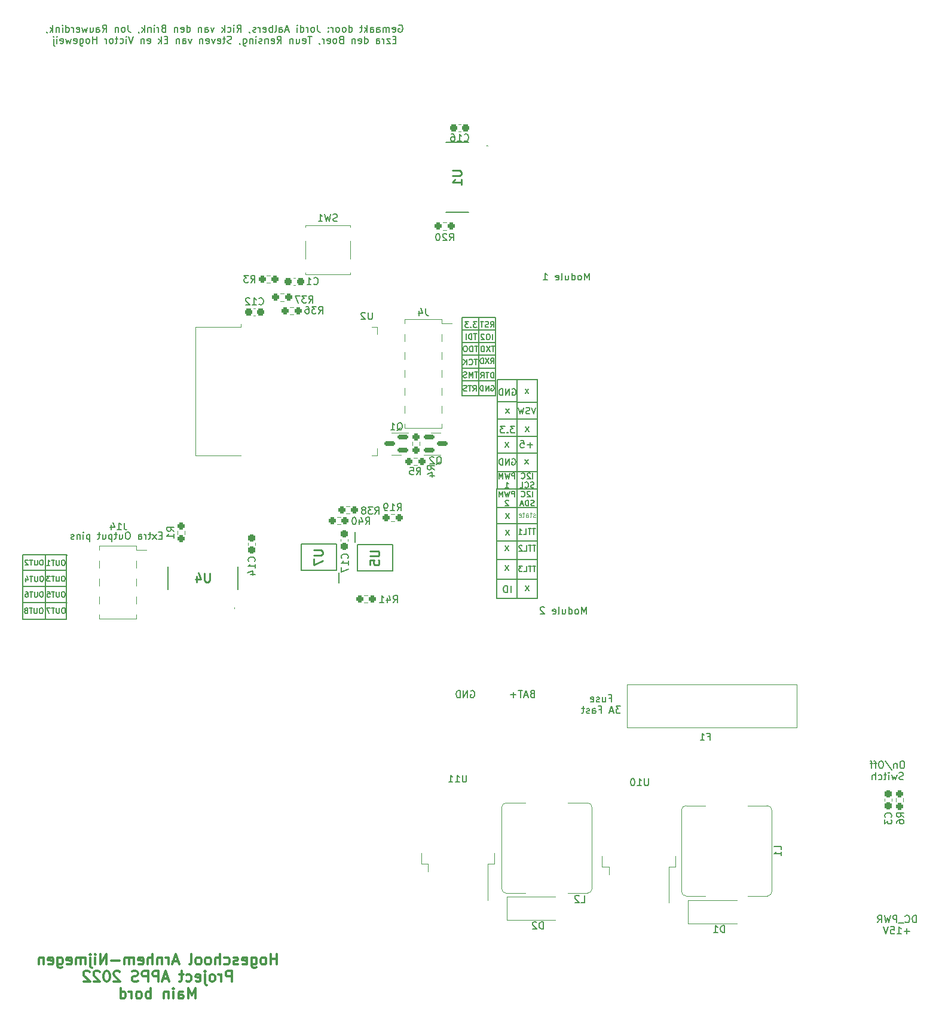
<source format=gbo>
%TF.GenerationSoftware,KiCad,Pcbnew,(6.0.9)*%
%TF.CreationDate,2022-11-22T22:59:20+01:00*%
%TF.ProjectId,Testapparaat,54657374-6170-4706-9172-6161742e6b69,rev?*%
%TF.SameCoordinates,Original*%
%TF.FileFunction,Legend,Bot*%
%TF.FilePolarity,Positive*%
%FSLAX46Y46*%
G04 Gerber Fmt 4.6, Leading zero omitted, Abs format (unit mm)*
G04 Created by KiCad (PCBNEW (6.0.9)) date 2022-11-22 22:59:20*
%MOMM*%
%LPD*%
G01*
G04 APERTURE LIST*
G04 Aperture macros list*
%AMRoundRect*
0 Rectangle with rounded corners*
0 $1 Rounding radius*
0 $2 $3 $4 $5 $6 $7 $8 $9 X,Y pos of 4 corners*
0 Add a 4 corners polygon primitive as box body*
4,1,4,$2,$3,$4,$5,$6,$7,$8,$9,$2,$3,0*
0 Add four circle primitives for the rounded corners*
1,1,$1+$1,$2,$3*
1,1,$1+$1,$4,$5*
1,1,$1+$1,$6,$7*
1,1,$1+$1,$8,$9*
0 Add four rect primitives between the rounded corners*
20,1,$1+$1,$2,$3,$4,$5,0*
20,1,$1+$1,$4,$5,$6,$7,0*
20,1,$1+$1,$6,$7,$8,$9,0*
20,1,$1+$1,$8,$9,$2,$3,0*%
G04 Aperture macros list end*
%ADD10C,0.150000*%
%ADD11C,0.100000*%
%ADD12C,0.300000*%
%ADD13C,0.254000*%
%ADD14C,0.120000*%
%ADD15C,0.200000*%
%ADD16O,3.500000X2.200000*%
%ADD17R,2.500000X1.500000*%
%ADD18O,2.500000X1.500000*%
%ADD19C,1.600000*%
%ADD20C,3.000000*%
%ADD21R,1.700000X1.700000*%
%ADD22O,1.700000X1.700000*%
%ADD23C,3.200000*%
%ADD24O,2.000000X4.000000*%
%ADD25O,4.000000X2.000000*%
%ADD26R,3.500000X1.800000*%
%ADD27RoundRect,0.237500X-0.237500X0.300000X-0.237500X-0.300000X0.237500X-0.300000X0.237500X0.300000X0*%
%ADD28RoundRect,0.150000X0.587500X0.150000X-0.587500X0.150000X-0.587500X-0.150000X0.587500X-0.150000X0*%
%ADD29R,5.400000X2.900000*%
%ADD30RoundRect,0.237500X0.250000X0.237500X-0.250000X0.237500X-0.250000X-0.237500X0.250000X-0.237500X0*%
%ADD31R,0.800000X1.750000*%
%ADD32R,0.700000X1.750000*%
%ADD33R,1.750000X0.800000*%
%ADD34R,1.750000X0.700000*%
%ADD35RoundRect,0.237500X-0.250000X-0.237500X0.250000X-0.237500X0.250000X0.237500X-0.250000X0.237500X0*%
%ADD36R,0.900000X2.000000*%
%ADD37R,2.000000X0.900000*%
%ADD38R,5.000000X5.000000*%
%ADD39R,1.100000X4.600000*%
%ADD40R,10.800000X9.400000*%
%ADD41RoundRect,0.237500X-0.300000X-0.237500X0.300000X-0.237500X0.300000X0.237500X-0.300000X0.237500X0*%
%ADD42R,0.450000X1.475000*%
%ADD43C,2.300000*%
%ADD44R,3.150000X1.000000*%
%ADD45RoundRect,0.237500X0.300000X0.237500X-0.300000X0.237500X-0.300000X-0.237500X0.300000X-0.237500X0*%
%ADD46RoundRect,0.150000X-0.587500X-0.150000X0.587500X-0.150000X0.587500X0.150000X-0.587500X0.150000X0*%
%ADD47RoundRect,0.237500X-0.237500X0.250000X-0.237500X-0.250000X0.237500X-0.250000X0.237500X0.250000X0*%
%ADD48R,1.550000X1.300000*%
G04 APERTURE END LIST*
D10*
X184914857Y-121924071D02*
X185248190Y-121924071D01*
X185248190Y-122447880D02*
X185248190Y-121447880D01*
X184772000Y-121447880D01*
X183962476Y-121781214D02*
X183962476Y-122447880D01*
X184391047Y-121781214D02*
X184391047Y-122305023D01*
X184343428Y-122400261D01*
X184248190Y-122447880D01*
X184105333Y-122447880D01*
X184010095Y-122400261D01*
X183962476Y-122352642D01*
X183533904Y-122400261D02*
X183438666Y-122447880D01*
X183248190Y-122447880D01*
X183152952Y-122400261D01*
X183105333Y-122305023D01*
X183105333Y-122257404D01*
X183152952Y-122162166D01*
X183248190Y-122114547D01*
X183391047Y-122114547D01*
X183486285Y-122066928D01*
X183533904Y-121971690D01*
X183533904Y-121924071D01*
X183486285Y-121828833D01*
X183391047Y-121781214D01*
X183248190Y-121781214D01*
X183152952Y-121828833D01*
X182295809Y-122400261D02*
X182391047Y-122447880D01*
X182581523Y-122447880D01*
X182676761Y-122400261D01*
X182724380Y-122305023D01*
X182724380Y-121924071D01*
X182676761Y-121828833D01*
X182581523Y-121781214D01*
X182391047Y-121781214D01*
X182295809Y-121828833D01*
X182248190Y-121924071D01*
X182248190Y-122019309D01*
X182724380Y-122114547D01*
X186486285Y-123057880D02*
X185867238Y-123057880D01*
X186200571Y-123438833D01*
X186057714Y-123438833D01*
X185962476Y-123486452D01*
X185914857Y-123534071D01*
X185867238Y-123629309D01*
X185867238Y-123867404D01*
X185914857Y-123962642D01*
X185962476Y-124010261D01*
X186057714Y-124057880D01*
X186343428Y-124057880D01*
X186438666Y-124010261D01*
X186486285Y-123962642D01*
X185486285Y-123772166D02*
X185010095Y-123772166D01*
X185581523Y-124057880D02*
X185248190Y-123057880D01*
X184914857Y-124057880D01*
X183486285Y-123534071D02*
X183819619Y-123534071D01*
X183819619Y-124057880D02*
X183819619Y-123057880D01*
X183343428Y-123057880D01*
X182533904Y-124057880D02*
X182533904Y-123534071D01*
X182581523Y-123438833D01*
X182676761Y-123391214D01*
X182867238Y-123391214D01*
X182962476Y-123438833D01*
X182533904Y-124010261D02*
X182629142Y-124057880D01*
X182867238Y-124057880D01*
X182962476Y-124010261D01*
X183010095Y-123915023D01*
X183010095Y-123819785D01*
X182962476Y-123724547D01*
X182867238Y-123676928D01*
X182629142Y-123676928D01*
X182533904Y-123629309D01*
X182105333Y-124010261D02*
X182010095Y-124057880D01*
X181819619Y-124057880D01*
X181724380Y-124010261D01*
X181676761Y-123915023D01*
X181676761Y-123867404D01*
X181724380Y-123772166D01*
X181819619Y-123724547D01*
X181962476Y-123724547D01*
X182057714Y-123676928D01*
X182105333Y-123581690D01*
X182105333Y-123534071D01*
X182057714Y-123438833D01*
X181962476Y-123391214D01*
X181819619Y-123391214D01*
X181724380Y-123438833D01*
X181391047Y-123391214D02*
X181010095Y-123391214D01*
X181248190Y-123057880D02*
X181248190Y-123915023D01*
X181200571Y-124010261D01*
X181105333Y-124057880D01*
X181010095Y-124057880D01*
X168772000Y-75180500D02*
X164042000Y-75180500D01*
X101857000Y-110730500D02*
X101867000Y-101590500D01*
X174697000Y-102275500D02*
X169034500Y-102275500D01*
X174672000Y-89825500D02*
X169047000Y-89825500D01*
X174697000Y-107800500D02*
X168997000Y-107800500D01*
X174709500Y-97200500D02*
X169034500Y-97200500D01*
X168817000Y-71590500D02*
X164087000Y-71590500D01*
X174697000Y-92300500D02*
X169022000Y-92313000D01*
X174672000Y-84850500D02*
X169047000Y-84850500D01*
X174647000Y-87225500D02*
X169047000Y-87225500D01*
X101897000Y-106100500D02*
X108017000Y-106100500D01*
X169022000Y-76825500D02*
X174672000Y-76825500D01*
X101867000Y-101590500D02*
X108057000Y-101590500D01*
X174697000Y-76750500D02*
X174697000Y-107750500D01*
X174709500Y-94925500D02*
X169034500Y-94925500D01*
X108057000Y-101590500D02*
X108047000Y-101830500D01*
X101937000Y-108390500D02*
X108057000Y-108390500D01*
X171872000Y-76800500D02*
X171847000Y-107775500D01*
X166467000Y-68030500D02*
X166472000Y-79050500D01*
X101877000Y-110740500D02*
X107997000Y-110740500D01*
X174634500Y-99650500D02*
X169009500Y-99650500D01*
X164047000Y-68030500D02*
X168817000Y-68030500D01*
X168817000Y-68030500D02*
X168817000Y-79050500D01*
X168817000Y-79050500D02*
X164047000Y-79050500D01*
X164047000Y-79050500D02*
X164047000Y-68030500D01*
X168797000Y-69810500D02*
X164067000Y-69810500D01*
X168767000Y-77000500D02*
X164037000Y-77000500D01*
X168787000Y-73310500D02*
X164057000Y-73310500D01*
X168997000Y-107800500D02*
X169047000Y-76825500D01*
X105047000Y-110750500D02*
X105047000Y-101600500D01*
X174709500Y-105075500D02*
X169034500Y-105075500D01*
X108047000Y-101800500D02*
X108047000Y-110700500D01*
X174697000Y-82400500D02*
X169072000Y-82400500D01*
X174647000Y-80000500D02*
X169072000Y-79975500D01*
X101887000Y-103850500D02*
X108007000Y-103850500D01*
X170235095Y-98777880D02*
X170758904Y-98111214D01*
X170235095Y-98111214D02*
X170758904Y-98777880D01*
X171157714Y-88025500D02*
X171243428Y-87982642D01*
X171372000Y-87982642D01*
X171500571Y-88025500D01*
X171586285Y-88111214D01*
X171629142Y-88196928D01*
X171672000Y-88368357D01*
X171672000Y-88496928D01*
X171629142Y-88668357D01*
X171586285Y-88754071D01*
X171500571Y-88839785D01*
X171372000Y-88882642D01*
X171286285Y-88882642D01*
X171157714Y-88839785D01*
X171114857Y-88796928D01*
X171114857Y-88496928D01*
X171286285Y-88496928D01*
X170729142Y-88882642D02*
X170729142Y-87982642D01*
X170214857Y-88882642D01*
X170214857Y-87982642D01*
X169786285Y-88882642D02*
X169786285Y-87982642D01*
X169572000Y-87982642D01*
X169443428Y-88025500D01*
X169357714Y-88111214D01*
X169314857Y-88196928D01*
X169272000Y-88368357D01*
X169272000Y-88496928D01*
X169314857Y-88668357D01*
X169357714Y-88754071D01*
X169443428Y-88839785D01*
X169572000Y-88882642D01*
X169786285Y-88882642D01*
X170160095Y-101002880D02*
X170683904Y-100336214D01*
X170160095Y-100336214D02*
X170683904Y-101002880D01*
X182085095Y-62702880D02*
X182085095Y-61702880D01*
X181751761Y-62417166D01*
X181418428Y-61702880D01*
X181418428Y-62702880D01*
X180799380Y-62702880D02*
X180894619Y-62655261D01*
X180942238Y-62607642D01*
X180989857Y-62512404D01*
X180989857Y-62226690D01*
X180942238Y-62131452D01*
X180894619Y-62083833D01*
X180799380Y-62036214D01*
X180656523Y-62036214D01*
X180561285Y-62083833D01*
X180513666Y-62131452D01*
X180466047Y-62226690D01*
X180466047Y-62512404D01*
X180513666Y-62607642D01*
X180561285Y-62655261D01*
X180656523Y-62702880D01*
X180799380Y-62702880D01*
X179608904Y-62702880D02*
X179608904Y-61702880D01*
X179608904Y-62655261D02*
X179704142Y-62702880D01*
X179894619Y-62702880D01*
X179989857Y-62655261D01*
X180037476Y-62607642D01*
X180085095Y-62512404D01*
X180085095Y-62226690D01*
X180037476Y-62131452D01*
X179989857Y-62083833D01*
X179894619Y-62036214D01*
X179704142Y-62036214D01*
X179608904Y-62083833D01*
X178704142Y-62036214D02*
X178704142Y-62702880D01*
X179132714Y-62036214D02*
X179132714Y-62560023D01*
X179085095Y-62655261D01*
X178989857Y-62702880D01*
X178847000Y-62702880D01*
X178751761Y-62655261D01*
X178704142Y-62607642D01*
X178085095Y-62702880D02*
X178180333Y-62655261D01*
X178227952Y-62560023D01*
X178227952Y-61702880D01*
X177323190Y-62655261D02*
X177418428Y-62702880D01*
X177608904Y-62702880D01*
X177704142Y-62655261D01*
X177751761Y-62560023D01*
X177751761Y-62179071D01*
X177704142Y-62083833D01*
X177608904Y-62036214D01*
X177418428Y-62036214D01*
X177323190Y-62083833D01*
X177275571Y-62179071D01*
X177275571Y-62274309D01*
X177751761Y-62369547D01*
X175561285Y-62702880D02*
X176132714Y-62702880D01*
X175847000Y-62702880D02*
X175847000Y-61702880D01*
X175942238Y-61845738D01*
X176037476Y-61940976D01*
X176132714Y-61988595D01*
X166284619Y-72062404D02*
X165827476Y-72062404D01*
X166056047Y-72862404D02*
X166056047Y-72062404D01*
X165560809Y-72862404D02*
X165560809Y-72062404D01*
X165370333Y-72062404D01*
X165256047Y-72100500D01*
X165179857Y-72176690D01*
X165141761Y-72252880D01*
X165103666Y-72405261D01*
X165103666Y-72519547D01*
X165141761Y-72671928D01*
X165179857Y-72748119D01*
X165256047Y-72824309D01*
X165370333Y-72862404D01*
X165560809Y-72862404D01*
X164608428Y-72062404D02*
X164456047Y-72062404D01*
X164379857Y-72100500D01*
X164303666Y-72176690D01*
X164265571Y-72329071D01*
X164265571Y-72595738D01*
X164303666Y-72748119D01*
X164379857Y-72824309D01*
X164456047Y-72862404D01*
X164608428Y-72862404D01*
X164684619Y-72824309D01*
X164760809Y-72748119D01*
X164798904Y-72595738D01*
X164798904Y-72329071D01*
X164760809Y-72176690D01*
X164684619Y-72100500D01*
X164608428Y-72062404D01*
X174510095Y-103187404D02*
X174052952Y-103187404D01*
X174281523Y-103987404D02*
X174281523Y-103187404D01*
X173900571Y-103187404D02*
X173443428Y-103187404D01*
X173672000Y-103987404D02*
X173672000Y-103187404D01*
X172795809Y-103987404D02*
X173176761Y-103987404D01*
X173176761Y-103187404D01*
X172605333Y-103187404D02*
X172110095Y-103187404D01*
X172376761Y-103492166D01*
X172262476Y-103492166D01*
X172186285Y-103530261D01*
X172148190Y-103568357D01*
X172110095Y-103644547D01*
X172110095Y-103835023D01*
X172148190Y-103911214D01*
X172186285Y-103949309D01*
X172262476Y-103987404D01*
X172491047Y-103987404D01*
X172567238Y-103949309D01*
X172605333Y-103911214D01*
X166155095Y-68612404D02*
X165659857Y-68612404D01*
X165926523Y-68917166D01*
X165812238Y-68917166D01*
X165736047Y-68955261D01*
X165697952Y-68993357D01*
X165659857Y-69069547D01*
X165659857Y-69260023D01*
X165697952Y-69336214D01*
X165736047Y-69374309D01*
X165812238Y-69412404D01*
X166040809Y-69412404D01*
X166117000Y-69374309D01*
X166155095Y-69336214D01*
X165317000Y-69336214D02*
X165278904Y-69374309D01*
X165317000Y-69412404D01*
X165355095Y-69374309D01*
X165317000Y-69336214D01*
X165317000Y-69412404D01*
X165012238Y-68612404D02*
X164517000Y-68612404D01*
X164783666Y-68917166D01*
X164669380Y-68917166D01*
X164593190Y-68955261D01*
X164555095Y-68993357D01*
X164517000Y-69069547D01*
X164517000Y-69260023D01*
X164555095Y-69336214D01*
X164593190Y-69374309D01*
X164669380Y-69412404D01*
X164897952Y-69412404D01*
X164974142Y-69374309D01*
X165012238Y-69336214D01*
X173010095Y-84152880D02*
X173533904Y-83486214D01*
X173010095Y-83486214D02*
X173533904Y-84152880D01*
X155089857Y-26620500D02*
X155185095Y-26572880D01*
X155327952Y-26572880D01*
X155470809Y-26620500D01*
X155566047Y-26715738D01*
X155613666Y-26810976D01*
X155661285Y-27001452D01*
X155661285Y-27144309D01*
X155613666Y-27334785D01*
X155566047Y-27430023D01*
X155470809Y-27525261D01*
X155327952Y-27572880D01*
X155232714Y-27572880D01*
X155089857Y-27525261D01*
X155042238Y-27477642D01*
X155042238Y-27144309D01*
X155232714Y-27144309D01*
X154232714Y-27525261D02*
X154327952Y-27572880D01*
X154518428Y-27572880D01*
X154613666Y-27525261D01*
X154661285Y-27430023D01*
X154661285Y-27049071D01*
X154613666Y-26953833D01*
X154518428Y-26906214D01*
X154327952Y-26906214D01*
X154232714Y-26953833D01*
X154185095Y-27049071D01*
X154185095Y-27144309D01*
X154661285Y-27239547D01*
X153756523Y-27572880D02*
X153756523Y-26906214D01*
X153756523Y-27001452D02*
X153708904Y-26953833D01*
X153613666Y-26906214D01*
X153470809Y-26906214D01*
X153375571Y-26953833D01*
X153327952Y-27049071D01*
X153327952Y-27572880D01*
X153327952Y-27049071D02*
X153280333Y-26953833D01*
X153185095Y-26906214D01*
X153042238Y-26906214D01*
X152947000Y-26953833D01*
X152899380Y-27049071D01*
X152899380Y-27572880D01*
X151994619Y-27572880D02*
X151994619Y-27049071D01*
X152042238Y-26953833D01*
X152137476Y-26906214D01*
X152327952Y-26906214D01*
X152423190Y-26953833D01*
X151994619Y-27525261D02*
X152089857Y-27572880D01*
X152327952Y-27572880D01*
X152423190Y-27525261D01*
X152470809Y-27430023D01*
X152470809Y-27334785D01*
X152423190Y-27239547D01*
X152327952Y-27191928D01*
X152089857Y-27191928D01*
X151994619Y-27144309D01*
X151089857Y-27572880D02*
X151089857Y-27049071D01*
X151137476Y-26953833D01*
X151232714Y-26906214D01*
X151423190Y-26906214D01*
X151518428Y-26953833D01*
X151089857Y-27525261D02*
X151185095Y-27572880D01*
X151423190Y-27572880D01*
X151518428Y-27525261D01*
X151566047Y-27430023D01*
X151566047Y-27334785D01*
X151518428Y-27239547D01*
X151423190Y-27191928D01*
X151185095Y-27191928D01*
X151089857Y-27144309D01*
X150613666Y-27572880D02*
X150613666Y-26572880D01*
X150518428Y-27191928D02*
X150232714Y-27572880D01*
X150232714Y-26906214D02*
X150613666Y-27287166D01*
X149947000Y-26906214D02*
X149566047Y-26906214D01*
X149804142Y-26572880D02*
X149804142Y-27430023D01*
X149756523Y-27525261D01*
X149661285Y-27572880D01*
X149566047Y-27572880D01*
X148042238Y-27572880D02*
X148042238Y-26572880D01*
X148042238Y-27525261D02*
X148137476Y-27572880D01*
X148327952Y-27572880D01*
X148423190Y-27525261D01*
X148470809Y-27477642D01*
X148518428Y-27382404D01*
X148518428Y-27096690D01*
X148470809Y-27001452D01*
X148423190Y-26953833D01*
X148327952Y-26906214D01*
X148137476Y-26906214D01*
X148042238Y-26953833D01*
X147423190Y-27572880D02*
X147518428Y-27525261D01*
X147566047Y-27477642D01*
X147613666Y-27382404D01*
X147613666Y-27096690D01*
X147566047Y-27001452D01*
X147518428Y-26953833D01*
X147423190Y-26906214D01*
X147280333Y-26906214D01*
X147185095Y-26953833D01*
X147137476Y-27001452D01*
X147089857Y-27096690D01*
X147089857Y-27382404D01*
X147137476Y-27477642D01*
X147185095Y-27525261D01*
X147280333Y-27572880D01*
X147423190Y-27572880D01*
X146518428Y-27572880D02*
X146613666Y-27525261D01*
X146661285Y-27477642D01*
X146708904Y-27382404D01*
X146708904Y-27096690D01*
X146661285Y-27001452D01*
X146613666Y-26953833D01*
X146518428Y-26906214D01*
X146375571Y-26906214D01*
X146280333Y-26953833D01*
X146232714Y-27001452D01*
X146185095Y-27096690D01*
X146185095Y-27382404D01*
X146232714Y-27477642D01*
X146280333Y-27525261D01*
X146375571Y-27572880D01*
X146518428Y-27572880D01*
X145756523Y-27572880D02*
X145756523Y-26906214D01*
X145756523Y-27096690D02*
X145708904Y-27001452D01*
X145661285Y-26953833D01*
X145566047Y-26906214D01*
X145470809Y-26906214D01*
X145137476Y-27477642D02*
X145089857Y-27525261D01*
X145137476Y-27572880D01*
X145185095Y-27525261D01*
X145137476Y-27477642D01*
X145137476Y-27572880D01*
X145137476Y-26953833D02*
X145089857Y-27001452D01*
X145137476Y-27049071D01*
X145185095Y-27001452D01*
X145137476Y-26953833D01*
X145137476Y-27049071D01*
X143613666Y-26572880D02*
X143613666Y-27287166D01*
X143661285Y-27430023D01*
X143756523Y-27525261D01*
X143899380Y-27572880D01*
X143994619Y-27572880D01*
X142994619Y-27572880D02*
X143089857Y-27525261D01*
X143137476Y-27477642D01*
X143185095Y-27382404D01*
X143185095Y-27096690D01*
X143137476Y-27001452D01*
X143089857Y-26953833D01*
X142994619Y-26906214D01*
X142851761Y-26906214D01*
X142756523Y-26953833D01*
X142708904Y-27001452D01*
X142661285Y-27096690D01*
X142661285Y-27382404D01*
X142708904Y-27477642D01*
X142756523Y-27525261D01*
X142851761Y-27572880D01*
X142994619Y-27572880D01*
X142232714Y-27572880D02*
X142232714Y-26906214D01*
X142232714Y-27096690D02*
X142185095Y-27001452D01*
X142137476Y-26953833D01*
X142042238Y-26906214D01*
X141947000Y-26906214D01*
X141185095Y-27572880D02*
X141185095Y-26572880D01*
X141185095Y-27525261D02*
X141280333Y-27572880D01*
X141470809Y-27572880D01*
X141566047Y-27525261D01*
X141613666Y-27477642D01*
X141661285Y-27382404D01*
X141661285Y-27096690D01*
X141613666Y-27001452D01*
X141566047Y-26953833D01*
X141470809Y-26906214D01*
X141280333Y-26906214D01*
X141185095Y-26953833D01*
X140708904Y-27572880D02*
X140708904Y-26906214D01*
X140708904Y-26572880D02*
X140756523Y-26620500D01*
X140708904Y-26668119D01*
X140661285Y-26620500D01*
X140708904Y-26572880D01*
X140708904Y-26668119D01*
X139518428Y-27287166D02*
X139042238Y-27287166D01*
X139613666Y-27572880D02*
X139280333Y-26572880D01*
X138947000Y-27572880D01*
X138185095Y-27572880D02*
X138185095Y-27049071D01*
X138232714Y-26953833D01*
X138327952Y-26906214D01*
X138518428Y-26906214D01*
X138613666Y-26953833D01*
X138185095Y-27525261D02*
X138280333Y-27572880D01*
X138518428Y-27572880D01*
X138613666Y-27525261D01*
X138661285Y-27430023D01*
X138661285Y-27334785D01*
X138613666Y-27239547D01*
X138518428Y-27191928D01*
X138280333Y-27191928D01*
X138185095Y-27144309D01*
X137566047Y-27572880D02*
X137661285Y-27525261D01*
X137708904Y-27430023D01*
X137708904Y-26572880D01*
X137185095Y-27572880D02*
X137185095Y-26572880D01*
X137185095Y-26953833D02*
X137089857Y-26906214D01*
X136899380Y-26906214D01*
X136804142Y-26953833D01*
X136756523Y-27001452D01*
X136708904Y-27096690D01*
X136708904Y-27382404D01*
X136756523Y-27477642D01*
X136804142Y-27525261D01*
X136899380Y-27572880D01*
X137089857Y-27572880D01*
X137185095Y-27525261D01*
X135899380Y-27525261D02*
X135994619Y-27572880D01*
X136185095Y-27572880D01*
X136280333Y-27525261D01*
X136327952Y-27430023D01*
X136327952Y-27049071D01*
X136280333Y-26953833D01*
X136185095Y-26906214D01*
X135994619Y-26906214D01*
X135899380Y-26953833D01*
X135851761Y-27049071D01*
X135851761Y-27144309D01*
X136327952Y-27239547D01*
X135423190Y-27572880D02*
X135423190Y-26906214D01*
X135423190Y-27096690D02*
X135375571Y-27001452D01*
X135327952Y-26953833D01*
X135232714Y-26906214D01*
X135137476Y-26906214D01*
X134851761Y-27525261D02*
X134756523Y-27572880D01*
X134566047Y-27572880D01*
X134470809Y-27525261D01*
X134423190Y-27430023D01*
X134423190Y-27382404D01*
X134470809Y-27287166D01*
X134566047Y-27239547D01*
X134708904Y-27239547D01*
X134804142Y-27191928D01*
X134851761Y-27096690D01*
X134851761Y-27049071D01*
X134804142Y-26953833D01*
X134708904Y-26906214D01*
X134566047Y-26906214D01*
X134470809Y-26953833D01*
X133947000Y-27525261D02*
X133947000Y-27572880D01*
X133994619Y-27668119D01*
X134042238Y-27715738D01*
X132185095Y-27572880D02*
X132518428Y-27096690D01*
X132756523Y-27572880D02*
X132756523Y-26572880D01*
X132375571Y-26572880D01*
X132280333Y-26620500D01*
X132232714Y-26668119D01*
X132185095Y-26763357D01*
X132185095Y-26906214D01*
X132232714Y-27001452D01*
X132280333Y-27049071D01*
X132375571Y-27096690D01*
X132756523Y-27096690D01*
X131756523Y-27572880D02*
X131756523Y-26906214D01*
X131756523Y-26572880D02*
X131804142Y-26620500D01*
X131756523Y-26668119D01*
X131708904Y-26620500D01*
X131756523Y-26572880D01*
X131756523Y-26668119D01*
X130851761Y-27525261D02*
X130947000Y-27572880D01*
X131137476Y-27572880D01*
X131232714Y-27525261D01*
X131280333Y-27477642D01*
X131327952Y-27382404D01*
X131327952Y-27096690D01*
X131280333Y-27001452D01*
X131232714Y-26953833D01*
X131137476Y-26906214D01*
X130947000Y-26906214D01*
X130851761Y-26953833D01*
X130423190Y-27572880D02*
X130423190Y-26572880D01*
X130327952Y-27191928D02*
X130042238Y-27572880D01*
X130042238Y-26906214D02*
X130423190Y-27287166D01*
X128947000Y-26906214D02*
X128708904Y-27572880D01*
X128470809Y-26906214D01*
X127661285Y-27572880D02*
X127661285Y-27049071D01*
X127708904Y-26953833D01*
X127804142Y-26906214D01*
X127994619Y-26906214D01*
X128089857Y-26953833D01*
X127661285Y-27525261D02*
X127756523Y-27572880D01*
X127994619Y-27572880D01*
X128089857Y-27525261D01*
X128137476Y-27430023D01*
X128137476Y-27334785D01*
X128089857Y-27239547D01*
X127994619Y-27191928D01*
X127756523Y-27191928D01*
X127661285Y-27144309D01*
X127185095Y-26906214D02*
X127185095Y-27572880D01*
X127185095Y-27001452D02*
X127137476Y-26953833D01*
X127042238Y-26906214D01*
X126899380Y-26906214D01*
X126804142Y-26953833D01*
X126756523Y-27049071D01*
X126756523Y-27572880D01*
X125089857Y-27572880D02*
X125089857Y-26572880D01*
X125089857Y-27525261D02*
X125185095Y-27572880D01*
X125375571Y-27572880D01*
X125470809Y-27525261D01*
X125518428Y-27477642D01*
X125566047Y-27382404D01*
X125566047Y-27096690D01*
X125518428Y-27001452D01*
X125470809Y-26953833D01*
X125375571Y-26906214D01*
X125185095Y-26906214D01*
X125089857Y-26953833D01*
X124232714Y-27525261D02*
X124327952Y-27572880D01*
X124518428Y-27572880D01*
X124613666Y-27525261D01*
X124661285Y-27430023D01*
X124661285Y-27049071D01*
X124613666Y-26953833D01*
X124518428Y-26906214D01*
X124327952Y-26906214D01*
X124232714Y-26953833D01*
X124185095Y-27049071D01*
X124185095Y-27144309D01*
X124661285Y-27239547D01*
X123756523Y-26906214D02*
X123756523Y-27572880D01*
X123756523Y-27001452D02*
X123708904Y-26953833D01*
X123613666Y-26906214D01*
X123470809Y-26906214D01*
X123375571Y-26953833D01*
X123327952Y-27049071D01*
X123327952Y-27572880D01*
X121756523Y-27049071D02*
X121613666Y-27096690D01*
X121566047Y-27144309D01*
X121518428Y-27239547D01*
X121518428Y-27382404D01*
X121566047Y-27477642D01*
X121613666Y-27525261D01*
X121708904Y-27572880D01*
X122089857Y-27572880D01*
X122089857Y-26572880D01*
X121756523Y-26572880D01*
X121661285Y-26620500D01*
X121613666Y-26668119D01*
X121566047Y-26763357D01*
X121566047Y-26858595D01*
X121613666Y-26953833D01*
X121661285Y-27001452D01*
X121756523Y-27049071D01*
X122089857Y-27049071D01*
X121089857Y-27572880D02*
X121089857Y-26906214D01*
X121089857Y-27096690D02*
X121042238Y-27001452D01*
X120994619Y-26953833D01*
X120899380Y-26906214D01*
X120804142Y-26906214D01*
X120470809Y-27572880D02*
X120470809Y-26906214D01*
X120470809Y-26572880D02*
X120518428Y-26620500D01*
X120470809Y-26668119D01*
X120423190Y-26620500D01*
X120470809Y-26572880D01*
X120470809Y-26668119D01*
X119994619Y-26906214D02*
X119994619Y-27572880D01*
X119994619Y-27001452D02*
X119947000Y-26953833D01*
X119851761Y-26906214D01*
X119708904Y-26906214D01*
X119613666Y-26953833D01*
X119566047Y-27049071D01*
X119566047Y-27572880D01*
X119089857Y-27572880D02*
X119089857Y-26572880D01*
X118994619Y-27191928D02*
X118708904Y-27572880D01*
X118708904Y-26906214D02*
X119089857Y-27287166D01*
X118232714Y-27525261D02*
X118232714Y-27572880D01*
X118280333Y-27668119D01*
X118327952Y-27715738D01*
X116756523Y-26572880D02*
X116756523Y-27287166D01*
X116804142Y-27430023D01*
X116899380Y-27525261D01*
X117042238Y-27572880D01*
X117137476Y-27572880D01*
X116137476Y-27572880D02*
X116232714Y-27525261D01*
X116280333Y-27477642D01*
X116327952Y-27382404D01*
X116327952Y-27096690D01*
X116280333Y-27001452D01*
X116232714Y-26953833D01*
X116137476Y-26906214D01*
X115994619Y-26906214D01*
X115899380Y-26953833D01*
X115851761Y-27001452D01*
X115804142Y-27096690D01*
X115804142Y-27382404D01*
X115851761Y-27477642D01*
X115899380Y-27525261D01*
X115994619Y-27572880D01*
X116137476Y-27572880D01*
X115375571Y-26906214D02*
X115375571Y-27572880D01*
X115375571Y-27001452D02*
X115327952Y-26953833D01*
X115232714Y-26906214D01*
X115089857Y-26906214D01*
X114994619Y-26953833D01*
X114947000Y-27049071D01*
X114947000Y-27572880D01*
X113137476Y-27572880D02*
X113470809Y-27096690D01*
X113708904Y-27572880D02*
X113708904Y-26572880D01*
X113327952Y-26572880D01*
X113232714Y-26620500D01*
X113185095Y-26668119D01*
X113137476Y-26763357D01*
X113137476Y-26906214D01*
X113185095Y-27001452D01*
X113232714Y-27049071D01*
X113327952Y-27096690D01*
X113708904Y-27096690D01*
X112280333Y-27572880D02*
X112280333Y-27049071D01*
X112327952Y-26953833D01*
X112423190Y-26906214D01*
X112613666Y-26906214D01*
X112708904Y-26953833D01*
X112280333Y-27525261D02*
X112375571Y-27572880D01*
X112613666Y-27572880D01*
X112708904Y-27525261D01*
X112756523Y-27430023D01*
X112756523Y-27334785D01*
X112708904Y-27239547D01*
X112613666Y-27191928D01*
X112375571Y-27191928D01*
X112280333Y-27144309D01*
X111375571Y-26906214D02*
X111375571Y-27572880D01*
X111804142Y-26906214D02*
X111804142Y-27430023D01*
X111756523Y-27525261D01*
X111661285Y-27572880D01*
X111518428Y-27572880D01*
X111423190Y-27525261D01*
X111375571Y-27477642D01*
X110994619Y-26906214D02*
X110804142Y-27572880D01*
X110613666Y-27096690D01*
X110423190Y-27572880D01*
X110232714Y-26906214D01*
X109470809Y-27525261D02*
X109566047Y-27572880D01*
X109756523Y-27572880D01*
X109851761Y-27525261D01*
X109899380Y-27430023D01*
X109899380Y-27049071D01*
X109851761Y-26953833D01*
X109756523Y-26906214D01*
X109566047Y-26906214D01*
X109470809Y-26953833D01*
X109423190Y-27049071D01*
X109423190Y-27144309D01*
X109899380Y-27239547D01*
X108994619Y-27572880D02*
X108994619Y-26906214D01*
X108994619Y-27096690D02*
X108947000Y-27001452D01*
X108899380Y-26953833D01*
X108804142Y-26906214D01*
X108708904Y-26906214D01*
X107947000Y-27572880D02*
X107947000Y-26572880D01*
X107947000Y-27525261D02*
X108042238Y-27572880D01*
X108232714Y-27572880D01*
X108327952Y-27525261D01*
X108375571Y-27477642D01*
X108423190Y-27382404D01*
X108423190Y-27096690D01*
X108375571Y-27001452D01*
X108327952Y-26953833D01*
X108232714Y-26906214D01*
X108042238Y-26906214D01*
X107947000Y-26953833D01*
X107470809Y-27572880D02*
X107470809Y-26906214D01*
X107470809Y-26572880D02*
X107518428Y-26620500D01*
X107470809Y-26668119D01*
X107423190Y-26620500D01*
X107470809Y-26572880D01*
X107470809Y-26668119D01*
X106994619Y-26906214D02*
X106994619Y-27572880D01*
X106994619Y-27001452D02*
X106947000Y-26953833D01*
X106851761Y-26906214D01*
X106708904Y-26906214D01*
X106613666Y-26953833D01*
X106566047Y-27049071D01*
X106566047Y-27572880D01*
X106089857Y-27572880D02*
X106089857Y-26572880D01*
X105994619Y-27191928D02*
X105708904Y-27572880D01*
X105708904Y-26906214D02*
X106089857Y-27287166D01*
X105232714Y-27525261D02*
X105232714Y-27572880D01*
X105280333Y-27668119D01*
X105327952Y-27715738D01*
X154685095Y-28659071D02*
X154351761Y-28659071D01*
X154208904Y-29182880D02*
X154685095Y-29182880D01*
X154685095Y-28182880D01*
X154208904Y-28182880D01*
X153875571Y-28516214D02*
X153351761Y-28516214D01*
X153875571Y-29182880D01*
X153351761Y-29182880D01*
X152970809Y-29182880D02*
X152970809Y-28516214D01*
X152970809Y-28706690D02*
X152923190Y-28611452D01*
X152875571Y-28563833D01*
X152780333Y-28516214D01*
X152685095Y-28516214D01*
X151923190Y-29182880D02*
X151923190Y-28659071D01*
X151970809Y-28563833D01*
X152066047Y-28516214D01*
X152256523Y-28516214D01*
X152351761Y-28563833D01*
X151923190Y-29135261D02*
X152018428Y-29182880D01*
X152256523Y-29182880D01*
X152351761Y-29135261D01*
X152399380Y-29040023D01*
X152399380Y-28944785D01*
X152351761Y-28849547D01*
X152256523Y-28801928D01*
X152018428Y-28801928D01*
X151923190Y-28754309D01*
X150256523Y-29182880D02*
X150256523Y-28182880D01*
X150256523Y-29135261D02*
X150351761Y-29182880D01*
X150542238Y-29182880D01*
X150637476Y-29135261D01*
X150685095Y-29087642D01*
X150732714Y-28992404D01*
X150732714Y-28706690D01*
X150685095Y-28611452D01*
X150637476Y-28563833D01*
X150542238Y-28516214D01*
X150351761Y-28516214D01*
X150256523Y-28563833D01*
X149399380Y-29135261D02*
X149494619Y-29182880D01*
X149685095Y-29182880D01*
X149780333Y-29135261D01*
X149827952Y-29040023D01*
X149827952Y-28659071D01*
X149780333Y-28563833D01*
X149685095Y-28516214D01*
X149494619Y-28516214D01*
X149399380Y-28563833D01*
X149351761Y-28659071D01*
X149351761Y-28754309D01*
X149827952Y-28849547D01*
X148923190Y-28516214D02*
X148923190Y-29182880D01*
X148923190Y-28611452D02*
X148875571Y-28563833D01*
X148780333Y-28516214D01*
X148637476Y-28516214D01*
X148542238Y-28563833D01*
X148494619Y-28659071D01*
X148494619Y-29182880D01*
X146923190Y-28659071D02*
X146780333Y-28706690D01*
X146732714Y-28754309D01*
X146685095Y-28849547D01*
X146685095Y-28992404D01*
X146732714Y-29087642D01*
X146780333Y-29135261D01*
X146875571Y-29182880D01*
X147256523Y-29182880D01*
X147256523Y-28182880D01*
X146923190Y-28182880D01*
X146827952Y-28230500D01*
X146780333Y-28278119D01*
X146732714Y-28373357D01*
X146732714Y-28468595D01*
X146780333Y-28563833D01*
X146827952Y-28611452D01*
X146923190Y-28659071D01*
X147256523Y-28659071D01*
X146113666Y-29182880D02*
X146208904Y-29135261D01*
X146256523Y-29087642D01*
X146304142Y-28992404D01*
X146304142Y-28706690D01*
X146256523Y-28611452D01*
X146208904Y-28563833D01*
X146113666Y-28516214D01*
X145970809Y-28516214D01*
X145875571Y-28563833D01*
X145827952Y-28611452D01*
X145780333Y-28706690D01*
X145780333Y-28992404D01*
X145827952Y-29087642D01*
X145875571Y-29135261D01*
X145970809Y-29182880D01*
X146113666Y-29182880D01*
X144970809Y-29135261D02*
X145066047Y-29182880D01*
X145256523Y-29182880D01*
X145351761Y-29135261D01*
X145399380Y-29040023D01*
X145399380Y-28659071D01*
X145351761Y-28563833D01*
X145256523Y-28516214D01*
X145066047Y-28516214D01*
X144970809Y-28563833D01*
X144923190Y-28659071D01*
X144923190Y-28754309D01*
X145399380Y-28849547D01*
X144494619Y-29182880D02*
X144494619Y-28516214D01*
X144494619Y-28706690D02*
X144447000Y-28611452D01*
X144399380Y-28563833D01*
X144304142Y-28516214D01*
X144208904Y-28516214D01*
X143827952Y-29135261D02*
X143827952Y-29182880D01*
X143875571Y-29278119D01*
X143923190Y-29325738D01*
X142780333Y-28182880D02*
X142208904Y-28182880D01*
X142494619Y-29182880D02*
X142494619Y-28182880D01*
X141494619Y-29135261D02*
X141589857Y-29182880D01*
X141780333Y-29182880D01*
X141875571Y-29135261D01*
X141923190Y-29040023D01*
X141923190Y-28659071D01*
X141875571Y-28563833D01*
X141780333Y-28516214D01*
X141589857Y-28516214D01*
X141494619Y-28563833D01*
X141447000Y-28659071D01*
X141447000Y-28754309D01*
X141923190Y-28849547D01*
X140589857Y-28516214D02*
X140589857Y-29182880D01*
X141018428Y-28516214D02*
X141018428Y-29040023D01*
X140970809Y-29135261D01*
X140875571Y-29182880D01*
X140732714Y-29182880D01*
X140637476Y-29135261D01*
X140589857Y-29087642D01*
X140113666Y-28516214D02*
X140113666Y-29182880D01*
X140113666Y-28611452D02*
X140066047Y-28563833D01*
X139970809Y-28516214D01*
X139827952Y-28516214D01*
X139732714Y-28563833D01*
X139685095Y-28659071D01*
X139685095Y-29182880D01*
X137875571Y-29182880D02*
X138208904Y-28706690D01*
X138447000Y-29182880D02*
X138447000Y-28182880D01*
X138066047Y-28182880D01*
X137970809Y-28230500D01*
X137923190Y-28278119D01*
X137875571Y-28373357D01*
X137875571Y-28516214D01*
X137923190Y-28611452D01*
X137970809Y-28659071D01*
X138066047Y-28706690D01*
X138447000Y-28706690D01*
X137066047Y-29135261D02*
X137161285Y-29182880D01*
X137351761Y-29182880D01*
X137447000Y-29135261D01*
X137494619Y-29040023D01*
X137494619Y-28659071D01*
X137447000Y-28563833D01*
X137351761Y-28516214D01*
X137161285Y-28516214D01*
X137066047Y-28563833D01*
X137018428Y-28659071D01*
X137018428Y-28754309D01*
X137494619Y-28849547D01*
X136589857Y-28516214D02*
X136589857Y-29182880D01*
X136589857Y-28611452D02*
X136542238Y-28563833D01*
X136447000Y-28516214D01*
X136304142Y-28516214D01*
X136208904Y-28563833D01*
X136161285Y-28659071D01*
X136161285Y-29182880D01*
X135732714Y-29135261D02*
X135637476Y-29182880D01*
X135447000Y-29182880D01*
X135351761Y-29135261D01*
X135304142Y-29040023D01*
X135304142Y-28992404D01*
X135351761Y-28897166D01*
X135447000Y-28849547D01*
X135589857Y-28849547D01*
X135685095Y-28801928D01*
X135732714Y-28706690D01*
X135732714Y-28659071D01*
X135685095Y-28563833D01*
X135589857Y-28516214D01*
X135447000Y-28516214D01*
X135351761Y-28563833D01*
X134875571Y-29182880D02*
X134875571Y-28516214D01*
X134875571Y-28182880D02*
X134923190Y-28230500D01*
X134875571Y-28278119D01*
X134827952Y-28230500D01*
X134875571Y-28182880D01*
X134875571Y-28278119D01*
X134399380Y-28516214D02*
X134399380Y-29182880D01*
X134399380Y-28611452D02*
X134351761Y-28563833D01*
X134256523Y-28516214D01*
X134113666Y-28516214D01*
X134018428Y-28563833D01*
X133970809Y-28659071D01*
X133970809Y-29182880D01*
X133066047Y-28516214D02*
X133066047Y-29325738D01*
X133113666Y-29420976D01*
X133161285Y-29468595D01*
X133256523Y-29516214D01*
X133399380Y-29516214D01*
X133494619Y-29468595D01*
X133066047Y-29135261D02*
X133161285Y-29182880D01*
X133351761Y-29182880D01*
X133447000Y-29135261D01*
X133494619Y-29087642D01*
X133542238Y-28992404D01*
X133542238Y-28706690D01*
X133494619Y-28611452D01*
X133447000Y-28563833D01*
X133351761Y-28516214D01*
X133161285Y-28516214D01*
X133066047Y-28563833D01*
X132542238Y-29135261D02*
X132542238Y-29182880D01*
X132589857Y-29278119D01*
X132637476Y-29325738D01*
X131399380Y-29135261D02*
X131256523Y-29182880D01*
X131018428Y-29182880D01*
X130923190Y-29135261D01*
X130875571Y-29087642D01*
X130827952Y-28992404D01*
X130827952Y-28897166D01*
X130875571Y-28801928D01*
X130923190Y-28754309D01*
X131018428Y-28706690D01*
X131208904Y-28659071D01*
X131304142Y-28611452D01*
X131351761Y-28563833D01*
X131399380Y-28468595D01*
X131399380Y-28373357D01*
X131351761Y-28278119D01*
X131304142Y-28230500D01*
X131208904Y-28182880D01*
X130970809Y-28182880D01*
X130827952Y-28230500D01*
X130542238Y-28516214D02*
X130161285Y-28516214D01*
X130399380Y-28182880D02*
X130399380Y-29040023D01*
X130351761Y-29135261D01*
X130256523Y-29182880D01*
X130161285Y-29182880D01*
X129447000Y-29135261D02*
X129542238Y-29182880D01*
X129732714Y-29182880D01*
X129827952Y-29135261D01*
X129875571Y-29040023D01*
X129875571Y-28659071D01*
X129827952Y-28563833D01*
X129732714Y-28516214D01*
X129542238Y-28516214D01*
X129447000Y-28563833D01*
X129399380Y-28659071D01*
X129399380Y-28754309D01*
X129875571Y-28849547D01*
X129066047Y-28516214D02*
X128827952Y-29182880D01*
X128589857Y-28516214D01*
X127827952Y-29135261D02*
X127923190Y-29182880D01*
X128113666Y-29182880D01*
X128208904Y-29135261D01*
X128256523Y-29040023D01*
X128256523Y-28659071D01*
X128208904Y-28563833D01*
X128113666Y-28516214D01*
X127923190Y-28516214D01*
X127827952Y-28563833D01*
X127780333Y-28659071D01*
X127780333Y-28754309D01*
X128256523Y-28849547D01*
X127351761Y-28516214D02*
X127351761Y-29182880D01*
X127351761Y-28611452D02*
X127304142Y-28563833D01*
X127208904Y-28516214D01*
X127066047Y-28516214D01*
X126970809Y-28563833D01*
X126923190Y-28659071D01*
X126923190Y-29182880D01*
X125780333Y-28516214D02*
X125542238Y-29182880D01*
X125304142Y-28516214D01*
X124494619Y-29182880D02*
X124494619Y-28659071D01*
X124542238Y-28563833D01*
X124637476Y-28516214D01*
X124827952Y-28516214D01*
X124923190Y-28563833D01*
X124494619Y-29135261D02*
X124589857Y-29182880D01*
X124827952Y-29182880D01*
X124923190Y-29135261D01*
X124970809Y-29040023D01*
X124970809Y-28944785D01*
X124923190Y-28849547D01*
X124827952Y-28801928D01*
X124589857Y-28801928D01*
X124494619Y-28754309D01*
X124018428Y-28516214D02*
X124018428Y-29182880D01*
X124018428Y-28611452D02*
X123970809Y-28563833D01*
X123875571Y-28516214D01*
X123732714Y-28516214D01*
X123637476Y-28563833D01*
X123589857Y-28659071D01*
X123589857Y-29182880D01*
X122351761Y-28659071D02*
X122018428Y-28659071D01*
X121875571Y-29182880D02*
X122351761Y-29182880D01*
X122351761Y-28182880D01*
X121875571Y-28182880D01*
X121447000Y-29182880D02*
X121447000Y-28182880D01*
X121351761Y-28801928D02*
X121066047Y-29182880D01*
X121066047Y-28516214D02*
X121447000Y-28897166D01*
X119494619Y-29135261D02*
X119589857Y-29182880D01*
X119780333Y-29182880D01*
X119875571Y-29135261D01*
X119923190Y-29040023D01*
X119923190Y-28659071D01*
X119875571Y-28563833D01*
X119780333Y-28516214D01*
X119589857Y-28516214D01*
X119494619Y-28563833D01*
X119447000Y-28659071D01*
X119447000Y-28754309D01*
X119923190Y-28849547D01*
X119018428Y-28516214D02*
X119018428Y-29182880D01*
X119018428Y-28611452D02*
X118970809Y-28563833D01*
X118875571Y-28516214D01*
X118732714Y-28516214D01*
X118637476Y-28563833D01*
X118589857Y-28659071D01*
X118589857Y-29182880D01*
X117494619Y-28182880D02*
X117161285Y-29182880D01*
X116827952Y-28182880D01*
X116494619Y-29182880D02*
X116494619Y-28516214D01*
X116494619Y-28182880D02*
X116542238Y-28230500D01*
X116494619Y-28278119D01*
X116447000Y-28230500D01*
X116494619Y-28182880D01*
X116494619Y-28278119D01*
X115589857Y-29135261D02*
X115685095Y-29182880D01*
X115875571Y-29182880D01*
X115970809Y-29135261D01*
X116018428Y-29087642D01*
X116066047Y-28992404D01*
X116066047Y-28706690D01*
X116018428Y-28611452D01*
X115970809Y-28563833D01*
X115875571Y-28516214D01*
X115685095Y-28516214D01*
X115589857Y-28563833D01*
X115304142Y-28516214D02*
X114923190Y-28516214D01*
X115161285Y-28182880D02*
X115161285Y-29040023D01*
X115113666Y-29135261D01*
X115018428Y-29182880D01*
X114923190Y-29182880D01*
X114447000Y-29182880D02*
X114542238Y-29135261D01*
X114589857Y-29087642D01*
X114637476Y-28992404D01*
X114637476Y-28706690D01*
X114589857Y-28611452D01*
X114542238Y-28563833D01*
X114447000Y-28516214D01*
X114304142Y-28516214D01*
X114208904Y-28563833D01*
X114161285Y-28611452D01*
X114113666Y-28706690D01*
X114113666Y-28992404D01*
X114161285Y-29087642D01*
X114208904Y-29135261D01*
X114304142Y-29182880D01*
X114447000Y-29182880D01*
X113685095Y-29182880D02*
X113685095Y-28516214D01*
X113685095Y-28706690D02*
X113637476Y-28611452D01*
X113589857Y-28563833D01*
X113494619Y-28516214D01*
X113399380Y-28516214D01*
X112304142Y-29182880D02*
X112304142Y-28182880D01*
X112304142Y-28659071D02*
X111732714Y-28659071D01*
X111732714Y-29182880D02*
X111732714Y-28182880D01*
X111113666Y-29182880D02*
X111208904Y-29135261D01*
X111256523Y-29087642D01*
X111304142Y-28992404D01*
X111304142Y-28706690D01*
X111256523Y-28611452D01*
X111208904Y-28563833D01*
X111113666Y-28516214D01*
X110970809Y-28516214D01*
X110875571Y-28563833D01*
X110827952Y-28611452D01*
X110780333Y-28706690D01*
X110780333Y-28992404D01*
X110827952Y-29087642D01*
X110875571Y-29135261D01*
X110970809Y-29182880D01*
X111113666Y-29182880D01*
X109923190Y-28516214D02*
X109923190Y-29325738D01*
X109970809Y-29420976D01*
X110018428Y-29468595D01*
X110113666Y-29516214D01*
X110256523Y-29516214D01*
X110351761Y-29468595D01*
X109923190Y-29135261D02*
X110018428Y-29182880D01*
X110208904Y-29182880D01*
X110304142Y-29135261D01*
X110351761Y-29087642D01*
X110399380Y-28992404D01*
X110399380Y-28706690D01*
X110351761Y-28611452D01*
X110304142Y-28563833D01*
X110208904Y-28516214D01*
X110018428Y-28516214D01*
X109923190Y-28563833D01*
X109066047Y-29135261D02*
X109161285Y-29182880D01*
X109351761Y-29182880D01*
X109447000Y-29135261D01*
X109494619Y-29040023D01*
X109494619Y-28659071D01*
X109447000Y-28563833D01*
X109351761Y-28516214D01*
X109161285Y-28516214D01*
X109066047Y-28563833D01*
X109018428Y-28659071D01*
X109018428Y-28754309D01*
X109494619Y-28849547D01*
X108685095Y-28516214D02*
X108494619Y-29182880D01*
X108304142Y-28706690D01*
X108113666Y-29182880D01*
X107923190Y-28516214D01*
X107161285Y-29135261D02*
X107256523Y-29182880D01*
X107447000Y-29182880D01*
X107542238Y-29135261D01*
X107589857Y-29040023D01*
X107589857Y-28659071D01*
X107542238Y-28563833D01*
X107447000Y-28516214D01*
X107256523Y-28516214D01*
X107161285Y-28563833D01*
X107113666Y-28659071D01*
X107113666Y-28754309D01*
X107589857Y-28849547D01*
X106685095Y-29182880D02*
X106685095Y-28516214D01*
X106685095Y-28182880D02*
X106732714Y-28230500D01*
X106685095Y-28278119D01*
X106637476Y-28230500D01*
X106685095Y-28182880D01*
X106685095Y-28278119D01*
X106208904Y-28516214D02*
X106208904Y-29373357D01*
X106256523Y-29468595D01*
X106351761Y-29516214D01*
X106399380Y-29516214D01*
X106208904Y-28182880D02*
X106256523Y-28230500D01*
X106208904Y-28278119D01*
X106161285Y-28230500D01*
X106208904Y-28182880D01*
X106208904Y-28278119D01*
X166166047Y-70312404D02*
X165708904Y-70312404D01*
X165937476Y-71112404D02*
X165937476Y-70312404D01*
X165442238Y-71112404D02*
X165442238Y-70312404D01*
X165251761Y-70312404D01*
X165137476Y-70350500D01*
X165061285Y-70426690D01*
X165023190Y-70502880D01*
X164985095Y-70655261D01*
X164985095Y-70769547D01*
X165023190Y-70921928D01*
X165061285Y-70998119D01*
X165137476Y-71074309D01*
X165251761Y-71112404D01*
X165442238Y-71112404D01*
X164642238Y-71112404D02*
X164642238Y-70312404D01*
D11*
X174438666Y-96233833D02*
X174372000Y-96267166D01*
X174238666Y-96267166D01*
X174172000Y-96233833D01*
X174138666Y-96167166D01*
X174138666Y-96133833D01*
X174172000Y-96067166D01*
X174238666Y-96033833D01*
X174338666Y-96033833D01*
X174405333Y-96000500D01*
X174438666Y-95933833D01*
X174438666Y-95900500D01*
X174405333Y-95833833D01*
X174338666Y-95800500D01*
X174238666Y-95800500D01*
X174172000Y-95833833D01*
X173938666Y-95800500D02*
X173672000Y-95800500D01*
X173838666Y-95567166D02*
X173838666Y-96167166D01*
X173805333Y-96233833D01*
X173738666Y-96267166D01*
X173672000Y-96267166D01*
X173138666Y-96267166D02*
X173138666Y-95900500D01*
X173172000Y-95833833D01*
X173238666Y-95800500D01*
X173372000Y-95800500D01*
X173438666Y-95833833D01*
X173138666Y-96233833D02*
X173205333Y-96267166D01*
X173372000Y-96267166D01*
X173438666Y-96233833D01*
X173472000Y-96167166D01*
X173472000Y-96100500D01*
X173438666Y-96033833D01*
X173372000Y-96000500D01*
X173205333Y-96000500D01*
X173138666Y-95967166D01*
X172905333Y-95800500D02*
X172638666Y-95800500D01*
X172805333Y-95567166D02*
X172805333Y-96167166D01*
X172772000Y-96233833D01*
X172705333Y-96267166D01*
X172638666Y-96267166D01*
X172138666Y-96233833D02*
X172205333Y-96267166D01*
X172338666Y-96267166D01*
X172405333Y-96233833D01*
X172438666Y-96167166D01*
X172438666Y-95900500D01*
X172405333Y-95833833D01*
X172338666Y-95800500D01*
X172205333Y-95800500D01*
X172138666Y-95833833D01*
X172105333Y-95900500D01*
X172105333Y-95967166D01*
X172438666Y-96033833D01*
D10*
X107644142Y-102359785D02*
X107501285Y-102359785D01*
X107429857Y-102395500D01*
X107358428Y-102466928D01*
X107322714Y-102609785D01*
X107322714Y-102859785D01*
X107358428Y-103002642D01*
X107429857Y-103074071D01*
X107501285Y-103109785D01*
X107644142Y-103109785D01*
X107715571Y-103074071D01*
X107787000Y-103002642D01*
X107822714Y-102859785D01*
X107822714Y-102609785D01*
X107787000Y-102466928D01*
X107715571Y-102395500D01*
X107644142Y-102359785D01*
X107001285Y-102359785D02*
X107001285Y-102966928D01*
X106965571Y-103038357D01*
X106929857Y-103074071D01*
X106858428Y-103109785D01*
X106715571Y-103109785D01*
X106644142Y-103074071D01*
X106608428Y-103038357D01*
X106572714Y-102966928D01*
X106572714Y-102359785D01*
X106322714Y-102359785D02*
X105894142Y-102359785D01*
X106108428Y-103109785D02*
X106108428Y-102359785D01*
X105251285Y-103109785D02*
X105679857Y-103109785D01*
X105465571Y-103109785D02*
X105465571Y-102359785D01*
X105537000Y-102466928D01*
X105608428Y-102538357D01*
X105679857Y-102574071D01*
X165308904Y-120900500D02*
X165404142Y-120852880D01*
X165547000Y-120852880D01*
X165689857Y-120900500D01*
X165785095Y-120995738D01*
X165832714Y-121090976D01*
X165880333Y-121281452D01*
X165880333Y-121424309D01*
X165832714Y-121614785D01*
X165785095Y-121710023D01*
X165689857Y-121805261D01*
X165547000Y-121852880D01*
X165451761Y-121852880D01*
X165308904Y-121805261D01*
X165261285Y-121757642D01*
X165261285Y-121424309D01*
X165451761Y-121424309D01*
X164832714Y-121852880D02*
X164832714Y-120852880D01*
X164261285Y-121852880D01*
X164261285Y-120852880D01*
X163785095Y-121852880D02*
X163785095Y-120852880D01*
X163547000Y-120852880D01*
X163404142Y-120900500D01*
X163308904Y-120995738D01*
X163261285Y-121090976D01*
X163213666Y-121281452D01*
X163213666Y-121424309D01*
X163261285Y-121614785D01*
X163308904Y-121710023D01*
X163404142Y-121805261D01*
X163547000Y-121852880D01*
X163785095Y-121852880D01*
X171182714Y-78150500D02*
X171268428Y-78107642D01*
X171397000Y-78107642D01*
X171525571Y-78150500D01*
X171611285Y-78236214D01*
X171654142Y-78321928D01*
X171697000Y-78493357D01*
X171697000Y-78621928D01*
X171654142Y-78793357D01*
X171611285Y-78879071D01*
X171525571Y-78964785D01*
X171397000Y-79007642D01*
X171311285Y-79007642D01*
X171182714Y-78964785D01*
X171139857Y-78921928D01*
X171139857Y-78621928D01*
X171311285Y-78621928D01*
X170754142Y-79007642D02*
X170754142Y-78107642D01*
X170239857Y-79007642D01*
X170239857Y-78107642D01*
X169811285Y-79007642D02*
X169811285Y-78107642D01*
X169597000Y-78107642D01*
X169468428Y-78150500D01*
X169382714Y-78236214D01*
X169339857Y-78321928D01*
X169297000Y-78493357D01*
X169297000Y-78621928D01*
X169339857Y-78793357D01*
X169382714Y-78879071D01*
X169468428Y-78964785D01*
X169597000Y-79007642D01*
X169811285Y-79007642D01*
X168367000Y-71142404D02*
X168367000Y-70342404D01*
X167833666Y-70342404D02*
X167681285Y-70342404D01*
X167605095Y-70380500D01*
X167528904Y-70456690D01*
X167490809Y-70609071D01*
X167490809Y-70875738D01*
X167528904Y-71028119D01*
X167605095Y-71104309D01*
X167681285Y-71142404D01*
X167833666Y-71142404D01*
X167909857Y-71104309D01*
X167986047Y-71028119D01*
X168024142Y-70875738D01*
X168024142Y-70609071D01*
X167986047Y-70456690D01*
X167909857Y-70380500D01*
X167833666Y-70342404D01*
X167186047Y-70418595D02*
X167147952Y-70380500D01*
X167071761Y-70342404D01*
X166881285Y-70342404D01*
X166805095Y-70380500D01*
X166767000Y-70418595D01*
X166728904Y-70494785D01*
X166728904Y-70570976D01*
X166767000Y-70685261D01*
X167224142Y-71142404D01*
X166728904Y-71142404D01*
X104514142Y-109159785D02*
X104371285Y-109159785D01*
X104299857Y-109195500D01*
X104228428Y-109266928D01*
X104192714Y-109409785D01*
X104192714Y-109659785D01*
X104228428Y-109802642D01*
X104299857Y-109874071D01*
X104371285Y-109909785D01*
X104514142Y-109909785D01*
X104585571Y-109874071D01*
X104657000Y-109802642D01*
X104692714Y-109659785D01*
X104692714Y-109409785D01*
X104657000Y-109266928D01*
X104585571Y-109195500D01*
X104514142Y-109159785D01*
X103871285Y-109159785D02*
X103871285Y-109766928D01*
X103835571Y-109838357D01*
X103799857Y-109874071D01*
X103728428Y-109909785D01*
X103585571Y-109909785D01*
X103514142Y-109874071D01*
X103478428Y-109838357D01*
X103442714Y-109766928D01*
X103442714Y-109159785D01*
X103192714Y-109159785D02*
X102764142Y-109159785D01*
X102978428Y-109909785D02*
X102978428Y-109159785D01*
X102407000Y-109481214D02*
X102478428Y-109445500D01*
X102514142Y-109409785D01*
X102549857Y-109338357D01*
X102549857Y-109302642D01*
X102514142Y-109231214D01*
X102478428Y-109195500D01*
X102407000Y-109159785D01*
X102264142Y-109159785D01*
X102192714Y-109195500D01*
X102157000Y-109231214D01*
X102121285Y-109302642D01*
X102121285Y-109338357D01*
X102157000Y-109409785D01*
X102192714Y-109445500D01*
X102264142Y-109481214D01*
X102407000Y-109481214D01*
X102478428Y-109516928D01*
X102514142Y-109552642D01*
X102549857Y-109624071D01*
X102549857Y-109766928D01*
X102514142Y-109838357D01*
X102478428Y-109874071D01*
X102407000Y-109909785D01*
X102264142Y-109909785D01*
X102192714Y-109874071D01*
X102157000Y-109838357D01*
X102121285Y-109766928D01*
X102121285Y-109624071D01*
X102157000Y-109552642D01*
X102192714Y-109516928D01*
X102264142Y-109481214D01*
X166235571Y-73912404D02*
X165778428Y-73912404D01*
X166007000Y-74712404D02*
X166007000Y-73912404D01*
X165054619Y-74636214D02*
X165092714Y-74674309D01*
X165207000Y-74712404D01*
X165283190Y-74712404D01*
X165397476Y-74674309D01*
X165473666Y-74598119D01*
X165511761Y-74521928D01*
X165549857Y-74369547D01*
X165549857Y-74255261D01*
X165511761Y-74102880D01*
X165473666Y-74026690D01*
X165397476Y-73950500D01*
X165283190Y-73912404D01*
X165207000Y-73912404D01*
X165092714Y-73950500D01*
X165054619Y-73988595D01*
X164711761Y-74712404D02*
X164711761Y-73912404D01*
X164254619Y-74712404D02*
X164597476Y-74255261D01*
X164254619Y-73912404D02*
X164711761Y-74369547D01*
X181660095Y-110002880D02*
X181660095Y-109002880D01*
X181326761Y-109717166D01*
X180993428Y-109002880D01*
X180993428Y-110002880D01*
X180374380Y-110002880D02*
X180469619Y-109955261D01*
X180517238Y-109907642D01*
X180564857Y-109812404D01*
X180564857Y-109526690D01*
X180517238Y-109431452D01*
X180469619Y-109383833D01*
X180374380Y-109336214D01*
X180231523Y-109336214D01*
X180136285Y-109383833D01*
X180088666Y-109431452D01*
X180041047Y-109526690D01*
X180041047Y-109812404D01*
X180088666Y-109907642D01*
X180136285Y-109955261D01*
X180231523Y-110002880D01*
X180374380Y-110002880D01*
X179183904Y-110002880D02*
X179183904Y-109002880D01*
X179183904Y-109955261D02*
X179279142Y-110002880D01*
X179469619Y-110002880D01*
X179564857Y-109955261D01*
X179612476Y-109907642D01*
X179660095Y-109812404D01*
X179660095Y-109526690D01*
X179612476Y-109431452D01*
X179564857Y-109383833D01*
X179469619Y-109336214D01*
X179279142Y-109336214D01*
X179183904Y-109383833D01*
X178279142Y-109336214D02*
X178279142Y-110002880D01*
X178707714Y-109336214D02*
X178707714Y-109860023D01*
X178660095Y-109955261D01*
X178564857Y-110002880D01*
X178422000Y-110002880D01*
X178326761Y-109955261D01*
X178279142Y-109907642D01*
X177660095Y-110002880D02*
X177755333Y-109955261D01*
X177802952Y-109860023D01*
X177802952Y-109002880D01*
X176898190Y-109955261D02*
X176993428Y-110002880D01*
X177183904Y-110002880D01*
X177279142Y-109955261D01*
X177326761Y-109860023D01*
X177326761Y-109479071D01*
X177279142Y-109383833D01*
X177183904Y-109336214D01*
X176993428Y-109336214D01*
X176898190Y-109383833D01*
X176850571Y-109479071D01*
X176850571Y-109574309D01*
X177326761Y-109669547D01*
X175707714Y-109098119D02*
X175660095Y-109050500D01*
X175564857Y-109002880D01*
X175326761Y-109002880D01*
X175231523Y-109050500D01*
X175183904Y-109098119D01*
X175136285Y-109193357D01*
X175136285Y-109288595D01*
X175183904Y-109431452D01*
X175755333Y-110002880D01*
X175136285Y-110002880D01*
X171545809Y-90843404D02*
X171545809Y-90043404D01*
X171241047Y-90043404D01*
X171164857Y-90081500D01*
X171126761Y-90119595D01*
X171088666Y-90195785D01*
X171088666Y-90310071D01*
X171126761Y-90386261D01*
X171164857Y-90424357D01*
X171241047Y-90462452D01*
X171545809Y-90462452D01*
X170822000Y-90043404D02*
X170631523Y-90843404D01*
X170479142Y-90271976D01*
X170326761Y-90843404D01*
X170136285Y-90043404D01*
X169831523Y-90843404D02*
X169831523Y-90043404D01*
X169564857Y-90614833D01*
X169298190Y-90043404D01*
X169298190Y-90843404D01*
X170193428Y-92131404D02*
X170650571Y-92131404D01*
X170422000Y-92131404D02*
X170422000Y-91331404D01*
X170498190Y-91445690D01*
X170574380Y-91521880D01*
X170650571Y-91559976D01*
X104564142Y-106849785D02*
X104421285Y-106849785D01*
X104349857Y-106885500D01*
X104278428Y-106956928D01*
X104242714Y-107099785D01*
X104242714Y-107349785D01*
X104278428Y-107492642D01*
X104349857Y-107564071D01*
X104421285Y-107599785D01*
X104564142Y-107599785D01*
X104635571Y-107564071D01*
X104707000Y-107492642D01*
X104742714Y-107349785D01*
X104742714Y-107099785D01*
X104707000Y-106956928D01*
X104635571Y-106885500D01*
X104564142Y-106849785D01*
X103921285Y-106849785D02*
X103921285Y-107456928D01*
X103885571Y-107528357D01*
X103849857Y-107564071D01*
X103778428Y-107599785D01*
X103635571Y-107599785D01*
X103564142Y-107564071D01*
X103528428Y-107528357D01*
X103492714Y-107456928D01*
X103492714Y-106849785D01*
X103242714Y-106849785D02*
X102814142Y-106849785D01*
X103028428Y-107599785D02*
X103028428Y-106849785D01*
X102242714Y-106849785D02*
X102385571Y-106849785D01*
X102457000Y-106885500D01*
X102492714Y-106921214D01*
X102564142Y-107028357D01*
X102599857Y-107171214D01*
X102599857Y-107456928D01*
X102564142Y-107528357D01*
X102528428Y-107564071D01*
X102457000Y-107599785D01*
X102314142Y-107599785D01*
X102242714Y-107564071D01*
X102207000Y-107528357D01*
X102171285Y-107456928D01*
X102171285Y-107278357D01*
X102207000Y-107206928D01*
X102242714Y-107171214D01*
X102314142Y-107135500D01*
X102457000Y-107135500D01*
X102528428Y-107171214D01*
X102564142Y-107206928D01*
X102599857Y-107278357D01*
X174004142Y-121279071D02*
X173861285Y-121326690D01*
X173813666Y-121374309D01*
X173766047Y-121469547D01*
X173766047Y-121612404D01*
X173813666Y-121707642D01*
X173861285Y-121755261D01*
X173956523Y-121802880D01*
X174337476Y-121802880D01*
X174337476Y-120802880D01*
X174004142Y-120802880D01*
X173908904Y-120850500D01*
X173861285Y-120898119D01*
X173813666Y-120993357D01*
X173813666Y-121088595D01*
X173861285Y-121183833D01*
X173908904Y-121231452D01*
X174004142Y-121279071D01*
X174337476Y-121279071D01*
X173385095Y-121517166D02*
X172908904Y-121517166D01*
X173480333Y-121802880D02*
X173147000Y-120802880D01*
X172813666Y-121802880D01*
X172623190Y-120802880D02*
X172051761Y-120802880D01*
X172337476Y-121802880D02*
X172337476Y-120802880D01*
X171718428Y-121421928D02*
X170956523Y-121421928D01*
X171337476Y-121802880D02*
X171337476Y-121040976D01*
X168676523Y-72032404D02*
X168219380Y-72032404D01*
X168447952Y-72832404D02*
X168447952Y-72032404D01*
X168028904Y-72032404D02*
X167495571Y-72832404D01*
X167495571Y-72032404D02*
X168028904Y-72832404D01*
X167190809Y-72832404D02*
X167190809Y-72032404D01*
X167000333Y-72032404D01*
X166886047Y-72070500D01*
X166809857Y-72146690D01*
X166771761Y-72222880D01*
X166733666Y-72375261D01*
X166733666Y-72489547D01*
X166771761Y-72641928D01*
X166809857Y-72718119D01*
X166886047Y-72794309D01*
X167000333Y-72832404D01*
X167190809Y-72832404D01*
X172960095Y-88777880D02*
X173483904Y-88111214D01*
X172960095Y-88111214D02*
X173483904Y-88777880D01*
D12*
X137829142Y-159639071D02*
X137829142Y-158139071D01*
X137829142Y-158853357D02*
X136972000Y-158853357D01*
X136972000Y-159639071D02*
X136972000Y-158139071D01*
X136043428Y-159639071D02*
X136186285Y-159567642D01*
X136257714Y-159496214D01*
X136329142Y-159353357D01*
X136329142Y-158924785D01*
X136257714Y-158781928D01*
X136186285Y-158710500D01*
X136043428Y-158639071D01*
X135829142Y-158639071D01*
X135686285Y-158710500D01*
X135614857Y-158781928D01*
X135543428Y-158924785D01*
X135543428Y-159353357D01*
X135614857Y-159496214D01*
X135686285Y-159567642D01*
X135829142Y-159639071D01*
X136043428Y-159639071D01*
X134257714Y-158639071D02*
X134257714Y-159853357D01*
X134329142Y-159996214D01*
X134400571Y-160067642D01*
X134543428Y-160139071D01*
X134757714Y-160139071D01*
X134900571Y-160067642D01*
X134257714Y-159567642D02*
X134400571Y-159639071D01*
X134686285Y-159639071D01*
X134829142Y-159567642D01*
X134900571Y-159496214D01*
X134972000Y-159353357D01*
X134972000Y-158924785D01*
X134900571Y-158781928D01*
X134829142Y-158710500D01*
X134686285Y-158639071D01*
X134400571Y-158639071D01*
X134257714Y-158710500D01*
X132972000Y-159567642D02*
X133114857Y-159639071D01*
X133400571Y-159639071D01*
X133543428Y-159567642D01*
X133614857Y-159424785D01*
X133614857Y-158853357D01*
X133543428Y-158710500D01*
X133400571Y-158639071D01*
X133114857Y-158639071D01*
X132972000Y-158710500D01*
X132900571Y-158853357D01*
X132900571Y-158996214D01*
X133614857Y-159139071D01*
X132329142Y-159567642D02*
X132186285Y-159639071D01*
X131900571Y-159639071D01*
X131757714Y-159567642D01*
X131686285Y-159424785D01*
X131686285Y-159353357D01*
X131757714Y-159210500D01*
X131900571Y-159139071D01*
X132114857Y-159139071D01*
X132257714Y-159067642D01*
X132329142Y-158924785D01*
X132329142Y-158853357D01*
X132257714Y-158710500D01*
X132114857Y-158639071D01*
X131900571Y-158639071D01*
X131757714Y-158710500D01*
X130400571Y-159567642D02*
X130543428Y-159639071D01*
X130829142Y-159639071D01*
X130972000Y-159567642D01*
X131043428Y-159496214D01*
X131114857Y-159353357D01*
X131114857Y-158924785D01*
X131043428Y-158781928D01*
X130972000Y-158710500D01*
X130829142Y-158639071D01*
X130543428Y-158639071D01*
X130400571Y-158710500D01*
X129757714Y-159639071D02*
X129757714Y-158139071D01*
X129114857Y-159639071D02*
X129114857Y-158853357D01*
X129186285Y-158710500D01*
X129329142Y-158639071D01*
X129543428Y-158639071D01*
X129686285Y-158710500D01*
X129757714Y-158781928D01*
X128186285Y-159639071D02*
X128329142Y-159567642D01*
X128400571Y-159496214D01*
X128471999Y-159353357D01*
X128471999Y-158924785D01*
X128400571Y-158781928D01*
X128329142Y-158710500D01*
X128186285Y-158639071D01*
X127971999Y-158639071D01*
X127829142Y-158710500D01*
X127757714Y-158781928D01*
X127686285Y-158924785D01*
X127686285Y-159353357D01*
X127757714Y-159496214D01*
X127829142Y-159567642D01*
X127971999Y-159639071D01*
X128186285Y-159639071D01*
X126829142Y-159639071D02*
X126971999Y-159567642D01*
X127043428Y-159496214D01*
X127114857Y-159353357D01*
X127114857Y-158924785D01*
X127043428Y-158781928D01*
X126971999Y-158710500D01*
X126829142Y-158639071D01*
X126614857Y-158639071D01*
X126471999Y-158710500D01*
X126400571Y-158781928D01*
X126329142Y-158924785D01*
X126329142Y-159353357D01*
X126400571Y-159496214D01*
X126471999Y-159567642D01*
X126614857Y-159639071D01*
X126829142Y-159639071D01*
X125471999Y-159639071D02*
X125614857Y-159567642D01*
X125686285Y-159424785D01*
X125686285Y-158139071D01*
X123829142Y-159210500D02*
X123114857Y-159210500D01*
X123971999Y-159639071D02*
X123471999Y-158139071D01*
X122971999Y-159639071D01*
X122471999Y-159639071D02*
X122471999Y-158639071D01*
X122471999Y-158924785D02*
X122400571Y-158781928D01*
X122329142Y-158710500D01*
X122186285Y-158639071D01*
X122043428Y-158639071D01*
X121543428Y-158639071D02*
X121543428Y-159639071D01*
X121543428Y-158781928D02*
X121471999Y-158710500D01*
X121329142Y-158639071D01*
X121114857Y-158639071D01*
X120971999Y-158710500D01*
X120900571Y-158853357D01*
X120900571Y-159639071D01*
X120186285Y-159639071D02*
X120186285Y-158139071D01*
X119543428Y-159639071D02*
X119543428Y-158853357D01*
X119614857Y-158710500D01*
X119757714Y-158639071D01*
X119971999Y-158639071D01*
X120114857Y-158710500D01*
X120186285Y-158781928D01*
X118257714Y-159567642D02*
X118400571Y-159639071D01*
X118686285Y-159639071D01*
X118829142Y-159567642D01*
X118900571Y-159424785D01*
X118900571Y-158853357D01*
X118829142Y-158710500D01*
X118686285Y-158639071D01*
X118400571Y-158639071D01*
X118257714Y-158710500D01*
X118186285Y-158853357D01*
X118186285Y-158996214D01*
X118900571Y-159139071D01*
X117543428Y-159639071D02*
X117543428Y-158639071D01*
X117543428Y-158781928D02*
X117471999Y-158710500D01*
X117329142Y-158639071D01*
X117114857Y-158639071D01*
X116971999Y-158710500D01*
X116900571Y-158853357D01*
X116900571Y-159639071D01*
X116900571Y-158853357D02*
X116829142Y-158710500D01*
X116686285Y-158639071D01*
X116471999Y-158639071D01*
X116329142Y-158710500D01*
X116257714Y-158853357D01*
X116257714Y-159639071D01*
X115543428Y-159067642D02*
X114400571Y-159067642D01*
X113686285Y-159639071D02*
X113686285Y-158139071D01*
X112829142Y-159639071D01*
X112829142Y-158139071D01*
X112114857Y-159639071D02*
X112114857Y-158639071D01*
X112114857Y-158139071D02*
X112186285Y-158210500D01*
X112114857Y-158281928D01*
X112043428Y-158210500D01*
X112114857Y-158139071D01*
X112114857Y-158281928D01*
X111400571Y-158639071D02*
X111400571Y-159924785D01*
X111471999Y-160067642D01*
X111614857Y-160139071D01*
X111686285Y-160139071D01*
X111400571Y-158139071D02*
X111471999Y-158210500D01*
X111400571Y-158281928D01*
X111329142Y-158210500D01*
X111400571Y-158139071D01*
X111400571Y-158281928D01*
X110686285Y-159639071D02*
X110686285Y-158639071D01*
X110686285Y-158781928D02*
X110614857Y-158710500D01*
X110471999Y-158639071D01*
X110257714Y-158639071D01*
X110114857Y-158710500D01*
X110043428Y-158853357D01*
X110043428Y-159639071D01*
X110043428Y-158853357D02*
X109971999Y-158710500D01*
X109829142Y-158639071D01*
X109614857Y-158639071D01*
X109471999Y-158710500D01*
X109400571Y-158853357D01*
X109400571Y-159639071D01*
X108114857Y-159567642D02*
X108257714Y-159639071D01*
X108543428Y-159639071D01*
X108686285Y-159567642D01*
X108757714Y-159424785D01*
X108757714Y-158853357D01*
X108686285Y-158710500D01*
X108543428Y-158639071D01*
X108257714Y-158639071D01*
X108114857Y-158710500D01*
X108043428Y-158853357D01*
X108043428Y-158996214D01*
X108757714Y-159139071D01*
X106757714Y-158639071D02*
X106757714Y-159853357D01*
X106829142Y-159996214D01*
X106900571Y-160067642D01*
X107043428Y-160139071D01*
X107257714Y-160139071D01*
X107400571Y-160067642D01*
X106757714Y-159567642D02*
X106900571Y-159639071D01*
X107186285Y-159639071D01*
X107329142Y-159567642D01*
X107400571Y-159496214D01*
X107471999Y-159353357D01*
X107471999Y-158924785D01*
X107400571Y-158781928D01*
X107329142Y-158710500D01*
X107186285Y-158639071D01*
X106900571Y-158639071D01*
X106757714Y-158710500D01*
X105471999Y-159567642D02*
X105614857Y-159639071D01*
X105900571Y-159639071D01*
X106043428Y-159567642D01*
X106114857Y-159424785D01*
X106114857Y-158853357D01*
X106043428Y-158710500D01*
X105900571Y-158639071D01*
X105614857Y-158639071D01*
X105471999Y-158710500D01*
X105400571Y-158853357D01*
X105400571Y-158996214D01*
X106114857Y-159139071D01*
X104757714Y-158639071D02*
X104757714Y-159639071D01*
X104757714Y-158781928D02*
X104686285Y-158710500D01*
X104543428Y-158639071D01*
X104329142Y-158639071D01*
X104186285Y-158710500D01*
X104114857Y-158853357D01*
X104114857Y-159639071D01*
X131436285Y-162054071D02*
X131436285Y-160554071D01*
X130864857Y-160554071D01*
X130722000Y-160625500D01*
X130650571Y-160696928D01*
X130579142Y-160839785D01*
X130579142Y-161054071D01*
X130650571Y-161196928D01*
X130722000Y-161268357D01*
X130864857Y-161339785D01*
X131436285Y-161339785D01*
X129936285Y-162054071D02*
X129936285Y-161054071D01*
X129936285Y-161339785D02*
X129864857Y-161196928D01*
X129793428Y-161125500D01*
X129650571Y-161054071D01*
X129507714Y-161054071D01*
X128793428Y-162054071D02*
X128936285Y-161982642D01*
X129007714Y-161911214D01*
X129079142Y-161768357D01*
X129079142Y-161339785D01*
X129007714Y-161196928D01*
X128936285Y-161125500D01*
X128793428Y-161054071D01*
X128579142Y-161054071D01*
X128436285Y-161125500D01*
X128364857Y-161196928D01*
X128293428Y-161339785D01*
X128293428Y-161768357D01*
X128364857Y-161911214D01*
X128436285Y-161982642D01*
X128579142Y-162054071D01*
X128793428Y-162054071D01*
X127650571Y-161054071D02*
X127650571Y-162339785D01*
X127722000Y-162482642D01*
X127864857Y-162554071D01*
X127936285Y-162554071D01*
X127650571Y-160554071D02*
X127722000Y-160625500D01*
X127650571Y-160696928D01*
X127579142Y-160625500D01*
X127650571Y-160554071D01*
X127650571Y-160696928D01*
X126364857Y-161982642D02*
X126507714Y-162054071D01*
X126793428Y-162054071D01*
X126936285Y-161982642D01*
X127007714Y-161839785D01*
X127007714Y-161268357D01*
X126936285Y-161125500D01*
X126793428Y-161054071D01*
X126507714Y-161054071D01*
X126364857Y-161125500D01*
X126293428Y-161268357D01*
X126293428Y-161411214D01*
X127007714Y-161554071D01*
X125007714Y-161982642D02*
X125150571Y-162054071D01*
X125436285Y-162054071D01*
X125579142Y-161982642D01*
X125650571Y-161911214D01*
X125722000Y-161768357D01*
X125722000Y-161339785D01*
X125650571Y-161196928D01*
X125579142Y-161125500D01*
X125436285Y-161054071D01*
X125150571Y-161054071D01*
X125007714Y-161125500D01*
X124579142Y-161054071D02*
X124007714Y-161054071D01*
X124364857Y-160554071D02*
X124364857Y-161839785D01*
X124293428Y-161982642D01*
X124150571Y-162054071D01*
X124007714Y-162054071D01*
X122436285Y-161625500D02*
X121722000Y-161625500D01*
X122579142Y-162054071D02*
X122079142Y-160554071D01*
X121579142Y-162054071D01*
X121079142Y-162054071D02*
X121079142Y-160554071D01*
X120507714Y-160554071D01*
X120364857Y-160625500D01*
X120293428Y-160696928D01*
X120222000Y-160839785D01*
X120222000Y-161054071D01*
X120293428Y-161196928D01*
X120364857Y-161268357D01*
X120507714Y-161339785D01*
X121079142Y-161339785D01*
X119579142Y-162054071D02*
X119579142Y-160554071D01*
X119007714Y-160554071D01*
X118864857Y-160625500D01*
X118793428Y-160696928D01*
X118722000Y-160839785D01*
X118722000Y-161054071D01*
X118793428Y-161196928D01*
X118864857Y-161268357D01*
X119007714Y-161339785D01*
X119579142Y-161339785D01*
X118150571Y-161982642D02*
X117936285Y-162054071D01*
X117579142Y-162054071D01*
X117436285Y-161982642D01*
X117364857Y-161911214D01*
X117293428Y-161768357D01*
X117293428Y-161625500D01*
X117364857Y-161482642D01*
X117436285Y-161411214D01*
X117579142Y-161339785D01*
X117864857Y-161268357D01*
X118007714Y-161196928D01*
X118079142Y-161125500D01*
X118150571Y-160982642D01*
X118150571Y-160839785D01*
X118079142Y-160696928D01*
X118007714Y-160625500D01*
X117864857Y-160554071D01*
X117507714Y-160554071D01*
X117293428Y-160625500D01*
X115579142Y-160696928D02*
X115507714Y-160625500D01*
X115364857Y-160554071D01*
X115007714Y-160554071D01*
X114864857Y-160625500D01*
X114793428Y-160696928D01*
X114722000Y-160839785D01*
X114722000Y-160982642D01*
X114793428Y-161196928D01*
X115650571Y-162054071D01*
X114722000Y-162054071D01*
X113793428Y-160554071D02*
X113650571Y-160554071D01*
X113507714Y-160625500D01*
X113436285Y-160696928D01*
X113364857Y-160839785D01*
X113293428Y-161125500D01*
X113293428Y-161482642D01*
X113364857Y-161768357D01*
X113436285Y-161911214D01*
X113507714Y-161982642D01*
X113650571Y-162054071D01*
X113793428Y-162054071D01*
X113936285Y-161982642D01*
X114007714Y-161911214D01*
X114079142Y-161768357D01*
X114150571Y-161482642D01*
X114150571Y-161125500D01*
X114079142Y-160839785D01*
X114007714Y-160696928D01*
X113936285Y-160625500D01*
X113793428Y-160554071D01*
X112722000Y-160696928D02*
X112650571Y-160625500D01*
X112507714Y-160554071D01*
X112150571Y-160554071D01*
X112007714Y-160625500D01*
X111936285Y-160696928D01*
X111864857Y-160839785D01*
X111864857Y-160982642D01*
X111936285Y-161196928D01*
X112793428Y-162054071D01*
X111864857Y-162054071D01*
X111293428Y-160696928D02*
X111222000Y-160625500D01*
X111079142Y-160554071D01*
X110722000Y-160554071D01*
X110579142Y-160625500D01*
X110507714Y-160696928D01*
X110436285Y-160839785D01*
X110436285Y-160982642D01*
X110507714Y-161196928D01*
X111364857Y-162054071D01*
X110436285Y-162054071D01*
X126257714Y-164469071D02*
X126257714Y-162969071D01*
X125757714Y-164040500D01*
X125257714Y-162969071D01*
X125257714Y-164469071D01*
X123900571Y-164469071D02*
X123900571Y-163683357D01*
X123972000Y-163540500D01*
X124114857Y-163469071D01*
X124400571Y-163469071D01*
X124543428Y-163540500D01*
X123900571Y-164397642D02*
X124043428Y-164469071D01*
X124400571Y-164469071D01*
X124543428Y-164397642D01*
X124614857Y-164254785D01*
X124614857Y-164111928D01*
X124543428Y-163969071D01*
X124400571Y-163897642D01*
X124043428Y-163897642D01*
X123900571Y-163826214D01*
X123186285Y-164469071D02*
X123186285Y-163469071D01*
X123186285Y-162969071D02*
X123257714Y-163040500D01*
X123186285Y-163111928D01*
X123114857Y-163040500D01*
X123186285Y-162969071D01*
X123186285Y-163111928D01*
X122472000Y-163469071D02*
X122472000Y-164469071D01*
X122472000Y-163611928D02*
X122400571Y-163540500D01*
X122257714Y-163469071D01*
X122043428Y-163469071D01*
X121900571Y-163540500D01*
X121829142Y-163683357D01*
X121829142Y-164469071D01*
X119972000Y-164469071D02*
X119972000Y-162969071D01*
X119972000Y-163540500D02*
X119829142Y-163469071D01*
X119543428Y-163469071D01*
X119400571Y-163540500D01*
X119329142Y-163611928D01*
X119257714Y-163754785D01*
X119257714Y-164183357D01*
X119329142Y-164326214D01*
X119400571Y-164397642D01*
X119543428Y-164469071D01*
X119829142Y-164469071D01*
X119972000Y-164397642D01*
X118400571Y-164469071D02*
X118543428Y-164397642D01*
X118614857Y-164326214D01*
X118686285Y-164183357D01*
X118686285Y-163754785D01*
X118614857Y-163611928D01*
X118543428Y-163540500D01*
X118400571Y-163469071D01*
X118186285Y-163469071D01*
X118043428Y-163540500D01*
X117972000Y-163611928D01*
X117900571Y-163754785D01*
X117900571Y-164183357D01*
X117972000Y-164326214D01*
X118043428Y-164397642D01*
X118186285Y-164469071D01*
X118400571Y-164469071D01*
X117257714Y-164469071D02*
X117257714Y-163469071D01*
X117257714Y-163754785D02*
X117186285Y-163611928D01*
X117114857Y-163540500D01*
X116972000Y-163469071D01*
X116829142Y-163469071D01*
X115686285Y-164469071D02*
X115686285Y-162969071D01*
X115686285Y-164397642D02*
X115829142Y-164469071D01*
X116114857Y-164469071D01*
X116257714Y-164397642D01*
X116329142Y-164326214D01*
X116400571Y-164183357D01*
X116400571Y-163754785D01*
X116329142Y-163611928D01*
X116257714Y-163540500D01*
X116114857Y-163469071D01*
X115829142Y-163469071D01*
X115686285Y-163540500D01*
D10*
X168561285Y-76576404D02*
X168561285Y-75776404D01*
X168370809Y-75776404D01*
X168256523Y-75814500D01*
X168180333Y-75890690D01*
X168142238Y-75966880D01*
X168104142Y-76119261D01*
X168104142Y-76233547D01*
X168142238Y-76385928D01*
X168180333Y-76462119D01*
X168256523Y-76538309D01*
X168370809Y-76576404D01*
X168561285Y-76576404D01*
X167875571Y-75776404D02*
X167418428Y-75776404D01*
X167647000Y-76576404D02*
X167647000Y-75776404D01*
X166694619Y-76576404D02*
X166961285Y-76195452D01*
X167151761Y-76576404D02*
X167151761Y-75776404D01*
X166847000Y-75776404D01*
X166770809Y-75814500D01*
X166732714Y-75852595D01*
X166694619Y-75928785D01*
X166694619Y-76043071D01*
X166732714Y-76119261D01*
X166770809Y-76157357D01*
X166847000Y-76195452D01*
X167151761Y-76195452D01*
X226513666Y-130847880D02*
X226323190Y-130847880D01*
X226227952Y-130895500D01*
X226132714Y-130990738D01*
X226085095Y-131181214D01*
X226085095Y-131514547D01*
X226132714Y-131705023D01*
X226227952Y-131800261D01*
X226323190Y-131847880D01*
X226513666Y-131847880D01*
X226608904Y-131800261D01*
X226704142Y-131705023D01*
X226751761Y-131514547D01*
X226751761Y-131181214D01*
X226704142Y-130990738D01*
X226608904Y-130895500D01*
X226513666Y-130847880D01*
X225656523Y-131181214D02*
X225656523Y-131847880D01*
X225656523Y-131276452D02*
X225608904Y-131228833D01*
X225513666Y-131181214D01*
X225370809Y-131181214D01*
X225275571Y-131228833D01*
X225227952Y-131324071D01*
X225227952Y-131847880D01*
X224037476Y-130800261D02*
X224894619Y-132085976D01*
X223513666Y-130847880D02*
X223323190Y-130847880D01*
X223227952Y-130895500D01*
X223132714Y-130990738D01*
X223085095Y-131181214D01*
X223085095Y-131514547D01*
X223132714Y-131705023D01*
X223227952Y-131800261D01*
X223323190Y-131847880D01*
X223513666Y-131847880D01*
X223608904Y-131800261D01*
X223704142Y-131705023D01*
X223751761Y-131514547D01*
X223751761Y-131181214D01*
X223704142Y-130990738D01*
X223608904Y-130895500D01*
X223513666Y-130847880D01*
X222799380Y-131181214D02*
X222418428Y-131181214D01*
X222656523Y-131847880D02*
X222656523Y-130990738D01*
X222608904Y-130895500D01*
X222513666Y-130847880D01*
X222418428Y-130847880D01*
X222227952Y-131181214D02*
X221847000Y-131181214D01*
X222085095Y-131847880D02*
X222085095Y-130990738D01*
X222037476Y-130895500D01*
X221942238Y-130847880D01*
X221847000Y-130847880D01*
X226561285Y-133410261D02*
X226418428Y-133457880D01*
X226180333Y-133457880D01*
X226085095Y-133410261D01*
X226037476Y-133362642D01*
X225989857Y-133267404D01*
X225989857Y-133172166D01*
X226037476Y-133076928D01*
X226085095Y-133029309D01*
X226180333Y-132981690D01*
X226370809Y-132934071D01*
X226466047Y-132886452D01*
X226513666Y-132838833D01*
X226561285Y-132743595D01*
X226561285Y-132648357D01*
X226513666Y-132553119D01*
X226466047Y-132505500D01*
X226370809Y-132457880D01*
X226132714Y-132457880D01*
X225989857Y-132505500D01*
X225656523Y-132791214D02*
X225466047Y-133457880D01*
X225275571Y-132981690D01*
X225085095Y-133457880D01*
X224894619Y-132791214D01*
X224513666Y-133457880D02*
X224513666Y-132791214D01*
X224513666Y-132457880D02*
X224561285Y-132505500D01*
X224513666Y-132553119D01*
X224466047Y-132505500D01*
X224513666Y-132457880D01*
X224513666Y-132553119D01*
X224180333Y-132791214D02*
X223799380Y-132791214D01*
X224037476Y-132457880D02*
X224037476Y-133315023D01*
X223989857Y-133410261D01*
X223894619Y-133457880D01*
X223799380Y-133457880D01*
X223037476Y-133410261D02*
X223132714Y-133457880D01*
X223323190Y-133457880D01*
X223418428Y-133410261D01*
X223466047Y-133362642D01*
X223513666Y-133267404D01*
X223513666Y-132981690D01*
X223466047Y-132886452D01*
X223418428Y-132838833D01*
X223323190Y-132791214D01*
X223132714Y-132791214D01*
X223037476Y-132838833D01*
X222608904Y-133457880D02*
X222608904Y-132457880D01*
X222180333Y-133457880D02*
X222180333Y-132934071D01*
X222227952Y-132838833D01*
X222323190Y-132791214D01*
X222466047Y-132791214D01*
X222561285Y-132838833D01*
X222608904Y-132886452D01*
X168107000Y-74521785D02*
X168357000Y-74164642D01*
X168535571Y-74521785D02*
X168535571Y-73771785D01*
X168249857Y-73771785D01*
X168178428Y-73807500D01*
X168142714Y-73843214D01*
X168107000Y-73914642D01*
X168107000Y-74021785D01*
X168142714Y-74093214D01*
X168178428Y-74128928D01*
X168249857Y-74164642D01*
X168535571Y-74164642D01*
X167857000Y-73771785D02*
X167357000Y-74521785D01*
X167357000Y-73771785D02*
X167857000Y-74521785D01*
X167071285Y-74521785D02*
X167071285Y-73771785D01*
X166892714Y-73771785D01*
X166785571Y-73807500D01*
X166714142Y-73878928D01*
X166678428Y-73950357D01*
X166642714Y-74093214D01*
X166642714Y-74200357D01*
X166678428Y-74343214D01*
X166714142Y-74414642D01*
X166785571Y-74486071D01*
X166892714Y-74521785D01*
X167071285Y-74521785D01*
X174489857Y-80757642D02*
X174189857Y-81657642D01*
X173889857Y-80757642D01*
X173632714Y-81614785D02*
X173504142Y-81657642D01*
X173289857Y-81657642D01*
X173204142Y-81614785D01*
X173161285Y-81571928D01*
X173118428Y-81486214D01*
X173118428Y-81400500D01*
X173161285Y-81314785D01*
X173204142Y-81271928D01*
X173289857Y-81229071D01*
X173461285Y-81186214D01*
X173547000Y-81143357D01*
X173589857Y-81100500D01*
X173632714Y-81014785D01*
X173632714Y-80929071D01*
X173589857Y-80843357D01*
X173547000Y-80800500D01*
X173461285Y-80757642D01*
X173247000Y-80757642D01*
X173118428Y-80800500D01*
X172818428Y-80757642D02*
X172604142Y-81657642D01*
X172432714Y-81014785D01*
X172261285Y-81657642D01*
X172047000Y-80757642D01*
X173011285Y-78782642D02*
X173482714Y-78182642D01*
X173011285Y-78182642D02*
X173482714Y-78782642D01*
X104584142Y-104639785D02*
X104441285Y-104639785D01*
X104369857Y-104675500D01*
X104298428Y-104746928D01*
X104262714Y-104889785D01*
X104262714Y-105139785D01*
X104298428Y-105282642D01*
X104369857Y-105354071D01*
X104441285Y-105389785D01*
X104584142Y-105389785D01*
X104655571Y-105354071D01*
X104727000Y-105282642D01*
X104762714Y-105139785D01*
X104762714Y-104889785D01*
X104727000Y-104746928D01*
X104655571Y-104675500D01*
X104584142Y-104639785D01*
X103941285Y-104639785D02*
X103941285Y-105246928D01*
X103905571Y-105318357D01*
X103869857Y-105354071D01*
X103798428Y-105389785D01*
X103655571Y-105389785D01*
X103584142Y-105354071D01*
X103548428Y-105318357D01*
X103512714Y-105246928D01*
X103512714Y-104639785D01*
X103262714Y-104639785D02*
X102834142Y-104639785D01*
X103048428Y-105389785D02*
X103048428Y-104639785D01*
X102262714Y-104889785D02*
X102262714Y-105389785D01*
X102441285Y-104604071D02*
X102619857Y-105139785D01*
X102155571Y-105139785D01*
X170261285Y-81532642D02*
X170732714Y-80932642D01*
X170261285Y-80932642D02*
X170732714Y-81532642D01*
X107674142Y-109139785D02*
X107531285Y-109139785D01*
X107459857Y-109175500D01*
X107388428Y-109246928D01*
X107352714Y-109389785D01*
X107352714Y-109639785D01*
X107388428Y-109782642D01*
X107459857Y-109854071D01*
X107531285Y-109889785D01*
X107674142Y-109889785D01*
X107745571Y-109854071D01*
X107817000Y-109782642D01*
X107852714Y-109639785D01*
X107852714Y-109389785D01*
X107817000Y-109246928D01*
X107745571Y-109175500D01*
X107674142Y-109139785D01*
X107031285Y-109139785D02*
X107031285Y-109746928D01*
X106995571Y-109818357D01*
X106959857Y-109854071D01*
X106888428Y-109889785D01*
X106745571Y-109889785D01*
X106674142Y-109854071D01*
X106638428Y-109818357D01*
X106602714Y-109746928D01*
X106602714Y-109139785D01*
X106352714Y-109139785D02*
X105924142Y-109139785D01*
X106138428Y-109889785D02*
X106138428Y-109139785D01*
X105745571Y-109139785D02*
X105245571Y-109139785D01*
X105567000Y-109889785D01*
X121565571Y-98869071D02*
X121232238Y-98869071D01*
X121089380Y-99392880D02*
X121565571Y-99392880D01*
X121565571Y-98392880D01*
X121089380Y-98392880D01*
X120756047Y-99392880D02*
X120232238Y-98726214D01*
X120756047Y-98726214D02*
X120232238Y-99392880D01*
X119994142Y-98726214D02*
X119613190Y-98726214D01*
X119851285Y-98392880D02*
X119851285Y-99250023D01*
X119803666Y-99345261D01*
X119708428Y-99392880D01*
X119613190Y-99392880D01*
X119279857Y-99392880D02*
X119279857Y-98726214D01*
X119279857Y-98916690D02*
X119232238Y-98821452D01*
X119184619Y-98773833D01*
X119089380Y-98726214D01*
X118994142Y-98726214D01*
X118232238Y-99392880D02*
X118232238Y-98869071D01*
X118279857Y-98773833D01*
X118375095Y-98726214D01*
X118565571Y-98726214D01*
X118660809Y-98773833D01*
X118232238Y-99345261D02*
X118327476Y-99392880D01*
X118565571Y-99392880D01*
X118660809Y-99345261D01*
X118708428Y-99250023D01*
X118708428Y-99154785D01*
X118660809Y-99059547D01*
X118565571Y-99011928D01*
X118327476Y-99011928D01*
X118232238Y-98964309D01*
X116803666Y-98392880D02*
X116613190Y-98392880D01*
X116517952Y-98440500D01*
X116422714Y-98535738D01*
X116375095Y-98726214D01*
X116375095Y-99059547D01*
X116422714Y-99250023D01*
X116517952Y-99345261D01*
X116613190Y-99392880D01*
X116803666Y-99392880D01*
X116898904Y-99345261D01*
X116994142Y-99250023D01*
X117041761Y-99059547D01*
X117041761Y-98726214D01*
X116994142Y-98535738D01*
X116898904Y-98440500D01*
X116803666Y-98392880D01*
X115517952Y-98726214D02*
X115517952Y-99392880D01*
X115946523Y-98726214D02*
X115946523Y-99250023D01*
X115898904Y-99345261D01*
X115803666Y-99392880D01*
X115660809Y-99392880D01*
X115565571Y-99345261D01*
X115517952Y-99297642D01*
X115184619Y-98726214D02*
X114803666Y-98726214D01*
X115041761Y-98392880D02*
X115041761Y-99250023D01*
X114994142Y-99345261D01*
X114898904Y-99392880D01*
X114803666Y-99392880D01*
X114470333Y-98726214D02*
X114470333Y-99726214D01*
X114470333Y-98773833D02*
X114375095Y-98726214D01*
X114184619Y-98726214D01*
X114089380Y-98773833D01*
X114041761Y-98821452D01*
X113994142Y-98916690D01*
X113994142Y-99202404D01*
X114041761Y-99297642D01*
X114089380Y-99345261D01*
X114184619Y-99392880D01*
X114375095Y-99392880D01*
X114470333Y-99345261D01*
X113137000Y-98726214D02*
X113137000Y-99392880D01*
X113565571Y-98726214D02*
X113565571Y-99250023D01*
X113517952Y-99345261D01*
X113422714Y-99392880D01*
X113279857Y-99392880D01*
X113184619Y-99345261D01*
X113137000Y-99297642D01*
X112803666Y-98726214D02*
X112422714Y-98726214D01*
X112660809Y-98392880D02*
X112660809Y-99250023D01*
X112613190Y-99345261D01*
X112517952Y-99392880D01*
X112422714Y-99392880D01*
X111327476Y-98726214D02*
X111327476Y-99726214D01*
X111327476Y-98773833D02*
X111232238Y-98726214D01*
X111041761Y-98726214D01*
X110946523Y-98773833D01*
X110898904Y-98821452D01*
X110851285Y-98916690D01*
X110851285Y-99202404D01*
X110898904Y-99297642D01*
X110946523Y-99345261D01*
X111041761Y-99392880D01*
X111232238Y-99392880D01*
X111327476Y-99345261D01*
X110422714Y-99392880D02*
X110422714Y-98726214D01*
X110422714Y-98392880D02*
X110470333Y-98440500D01*
X110422714Y-98488119D01*
X110375095Y-98440500D01*
X110422714Y-98392880D01*
X110422714Y-98488119D01*
X109946523Y-98726214D02*
X109946523Y-99392880D01*
X109946523Y-98821452D02*
X109898904Y-98773833D01*
X109803666Y-98726214D01*
X109660809Y-98726214D01*
X109565571Y-98773833D01*
X109517952Y-98869071D01*
X109517952Y-99392880D01*
X109089380Y-99345261D02*
X108994142Y-99392880D01*
X108803666Y-99392880D01*
X108708428Y-99345261D01*
X108660809Y-99250023D01*
X108660809Y-99202404D01*
X108708428Y-99107166D01*
X108803666Y-99059547D01*
X108946523Y-99059547D01*
X109041761Y-99011928D01*
X109089380Y-98916690D01*
X109089380Y-98869071D01*
X109041761Y-98773833D01*
X108946523Y-98726214D01*
X108803666Y-98726214D01*
X108708428Y-98773833D01*
X107644142Y-104619785D02*
X107501285Y-104619785D01*
X107429857Y-104655500D01*
X107358428Y-104726928D01*
X107322714Y-104869785D01*
X107322714Y-105119785D01*
X107358428Y-105262642D01*
X107429857Y-105334071D01*
X107501285Y-105369785D01*
X107644142Y-105369785D01*
X107715571Y-105334071D01*
X107787000Y-105262642D01*
X107822714Y-105119785D01*
X107822714Y-104869785D01*
X107787000Y-104726928D01*
X107715571Y-104655500D01*
X107644142Y-104619785D01*
X107001285Y-104619785D02*
X107001285Y-105226928D01*
X106965571Y-105298357D01*
X106929857Y-105334071D01*
X106858428Y-105369785D01*
X106715571Y-105369785D01*
X106644142Y-105334071D01*
X106608428Y-105298357D01*
X106572714Y-105226928D01*
X106572714Y-104619785D01*
X106322714Y-104619785D02*
X105894142Y-104619785D01*
X106108428Y-105369785D02*
X106108428Y-104619785D01*
X105715571Y-104619785D02*
X105251285Y-104619785D01*
X105501285Y-104905500D01*
X105394142Y-104905500D01*
X105322714Y-104941214D01*
X105287000Y-104976928D01*
X105251285Y-105048357D01*
X105251285Y-105226928D01*
X105287000Y-105298357D01*
X105322714Y-105334071D01*
X105394142Y-105369785D01*
X105608428Y-105369785D01*
X105679857Y-105334071D01*
X105715571Y-105298357D01*
X165625095Y-78412404D02*
X165891761Y-78031452D01*
X166082238Y-78412404D02*
X166082238Y-77612404D01*
X165777476Y-77612404D01*
X165701285Y-77650500D01*
X165663190Y-77688595D01*
X165625095Y-77764785D01*
X165625095Y-77879071D01*
X165663190Y-77955261D01*
X165701285Y-77993357D01*
X165777476Y-78031452D01*
X166082238Y-78031452D01*
X165396523Y-77612404D02*
X164939380Y-77612404D01*
X165167952Y-78412404D02*
X165167952Y-77612404D01*
X164710809Y-78374309D02*
X164596523Y-78412404D01*
X164406047Y-78412404D01*
X164329857Y-78374309D01*
X164291761Y-78336214D01*
X164253666Y-78260023D01*
X164253666Y-78183833D01*
X164291761Y-78107642D01*
X164329857Y-78069547D01*
X164406047Y-78031452D01*
X164558428Y-77993357D01*
X164634619Y-77955261D01*
X164672714Y-77917166D01*
X164710809Y-77840976D01*
X164710809Y-77764785D01*
X164672714Y-77688595D01*
X164634619Y-77650500D01*
X164558428Y-77612404D01*
X164367952Y-77612404D01*
X164253666Y-77650500D01*
X174077952Y-90818404D02*
X174077952Y-90018404D01*
X173735095Y-90094595D02*
X173697000Y-90056500D01*
X173620809Y-90018404D01*
X173430333Y-90018404D01*
X173354142Y-90056500D01*
X173316047Y-90094595D01*
X173277952Y-90170785D01*
X173277952Y-90246976D01*
X173316047Y-90361261D01*
X173773190Y-90818404D01*
X173277952Y-90818404D01*
X172477952Y-90742214D02*
X172516047Y-90780309D01*
X172630333Y-90818404D01*
X172706523Y-90818404D01*
X172820809Y-90780309D01*
X172897000Y-90704119D01*
X172935095Y-90627928D01*
X172973190Y-90475547D01*
X172973190Y-90361261D01*
X172935095Y-90208880D01*
X172897000Y-90132690D01*
X172820809Y-90056500D01*
X172706523Y-90018404D01*
X172630333Y-90018404D01*
X172516047Y-90056500D01*
X172477952Y-90094595D01*
X174249380Y-92068309D02*
X174135095Y-92106404D01*
X173944619Y-92106404D01*
X173868428Y-92068309D01*
X173830333Y-92030214D01*
X173792238Y-91954023D01*
X173792238Y-91877833D01*
X173830333Y-91801642D01*
X173868428Y-91763547D01*
X173944619Y-91725452D01*
X174097000Y-91687357D01*
X174173190Y-91649261D01*
X174211285Y-91611166D01*
X174249380Y-91534976D01*
X174249380Y-91458785D01*
X174211285Y-91382595D01*
X174173190Y-91344500D01*
X174097000Y-91306404D01*
X173906523Y-91306404D01*
X173792238Y-91344500D01*
X172992238Y-92030214D02*
X173030333Y-92068309D01*
X173144619Y-92106404D01*
X173220809Y-92106404D01*
X173335095Y-92068309D01*
X173411285Y-91992119D01*
X173449380Y-91915928D01*
X173487476Y-91763547D01*
X173487476Y-91649261D01*
X173449380Y-91496880D01*
X173411285Y-91420690D01*
X173335095Y-91344500D01*
X173220809Y-91306404D01*
X173144619Y-91306404D01*
X173030333Y-91344500D01*
X172992238Y-91382595D01*
X172268428Y-92106404D02*
X172649380Y-92106404D01*
X172649380Y-91306404D01*
X170160095Y-103827880D02*
X170683904Y-103161214D01*
X170160095Y-103161214D02*
X170683904Y-103827880D01*
X170972000Y-106977880D02*
X170972000Y-105977880D01*
X170495809Y-106977880D02*
X170495809Y-105977880D01*
X170257714Y-105977880D01*
X170114857Y-106025500D01*
X170019619Y-106120738D01*
X169972000Y-106215976D01*
X169924380Y-106406452D01*
X169924380Y-106549309D01*
X169972000Y-106739785D01*
X170019619Y-106835023D01*
X170114857Y-106930261D01*
X170257714Y-106977880D01*
X170495809Y-106977880D01*
X171520809Y-93393404D02*
X171520809Y-92593404D01*
X171216047Y-92593404D01*
X171139857Y-92631500D01*
X171101761Y-92669595D01*
X171063666Y-92745785D01*
X171063666Y-92860071D01*
X171101761Y-92936261D01*
X171139857Y-92974357D01*
X171216047Y-93012452D01*
X171520809Y-93012452D01*
X170797000Y-92593404D02*
X170606523Y-93393404D01*
X170454142Y-92821976D01*
X170301761Y-93393404D01*
X170111285Y-92593404D01*
X169806523Y-93393404D02*
X169806523Y-92593404D01*
X169539857Y-93164833D01*
X169273190Y-92593404D01*
X169273190Y-93393404D01*
X170625571Y-93957595D02*
X170587476Y-93919500D01*
X170511285Y-93881404D01*
X170320809Y-93881404D01*
X170244619Y-93919500D01*
X170206523Y-93957595D01*
X170168428Y-94033785D01*
X170168428Y-94109976D01*
X170206523Y-94224261D01*
X170663666Y-94681404D01*
X170168428Y-94681404D01*
X107654142Y-106829785D02*
X107511285Y-106829785D01*
X107439857Y-106865500D01*
X107368428Y-106936928D01*
X107332714Y-107079785D01*
X107332714Y-107329785D01*
X107368428Y-107472642D01*
X107439857Y-107544071D01*
X107511285Y-107579785D01*
X107654142Y-107579785D01*
X107725571Y-107544071D01*
X107797000Y-107472642D01*
X107832714Y-107329785D01*
X107832714Y-107079785D01*
X107797000Y-106936928D01*
X107725571Y-106865500D01*
X107654142Y-106829785D01*
X107011285Y-106829785D02*
X107011285Y-107436928D01*
X106975571Y-107508357D01*
X106939857Y-107544071D01*
X106868428Y-107579785D01*
X106725571Y-107579785D01*
X106654142Y-107544071D01*
X106618428Y-107508357D01*
X106582714Y-107436928D01*
X106582714Y-106829785D01*
X106332714Y-106829785D02*
X105904142Y-106829785D01*
X106118428Y-107579785D02*
X106118428Y-106829785D01*
X105297000Y-106829785D02*
X105654142Y-106829785D01*
X105689857Y-107186928D01*
X105654142Y-107151214D01*
X105582714Y-107115500D01*
X105404142Y-107115500D01*
X105332714Y-107151214D01*
X105297000Y-107186928D01*
X105261285Y-107258357D01*
X105261285Y-107436928D01*
X105297000Y-107508357D01*
X105332714Y-107544071D01*
X105404142Y-107579785D01*
X105582714Y-107579785D01*
X105654142Y-107544071D01*
X105689857Y-107508357D01*
X104554142Y-102339785D02*
X104411285Y-102339785D01*
X104339857Y-102375500D01*
X104268428Y-102446928D01*
X104232714Y-102589785D01*
X104232714Y-102839785D01*
X104268428Y-102982642D01*
X104339857Y-103054071D01*
X104411285Y-103089785D01*
X104554142Y-103089785D01*
X104625571Y-103054071D01*
X104697000Y-102982642D01*
X104732714Y-102839785D01*
X104732714Y-102589785D01*
X104697000Y-102446928D01*
X104625571Y-102375500D01*
X104554142Y-102339785D01*
X103911285Y-102339785D02*
X103911285Y-102946928D01*
X103875571Y-103018357D01*
X103839857Y-103054071D01*
X103768428Y-103089785D01*
X103625571Y-103089785D01*
X103554142Y-103054071D01*
X103518428Y-103018357D01*
X103482714Y-102946928D01*
X103482714Y-102339785D01*
X103232714Y-102339785D02*
X102804142Y-102339785D01*
X103018428Y-103089785D02*
X103018428Y-102339785D01*
X102589857Y-102411214D02*
X102554142Y-102375500D01*
X102482714Y-102339785D01*
X102304142Y-102339785D01*
X102232714Y-102375500D01*
X102197000Y-102411214D01*
X102161285Y-102482642D01*
X102161285Y-102554071D01*
X102197000Y-102661214D01*
X102625571Y-103089785D01*
X102161285Y-103089785D01*
X170235095Y-96402880D02*
X170758904Y-95736214D01*
X170235095Y-95736214D02*
X170758904Y-96402880D01*
X168105095Y-69392404D02*
X168371761Y-69011452D01*
X168562238Y-69392404D02*
X168562238Y-68592404D01*
X168257476Y-68592404D01*
X168181285Y-68630500D01*
X168143190Y-68668595D01*
X168105095Y-68744785D01*
X168105095Y-68859071D01*
X168143190Y-68935261D01*
X168181285Y-68973357D01*
X168257476Y-69011452D01*
X168562238Y-69011452D01*
X167800333Y-69354309D02*
X167686047Y-69392404D01*
X167495571Y-69392404D01*
X167419380Y-69354309D01*
X167381285Y-69316214D01*
X167343190Y-69240023D01*
X167343190Y-69163833D01*
X167381285Y-69087642D01*
X167419380Y-69049547D01*
X167495571Y-69011452D01*
X167647952Y-68973357D01*
X167724142Y-68935261D01*
X167762238Y-68897166D01*
X167800333Y-68820976D01*
X167800333Y-68744785D01*
X167762238Y-68668595D01*
X167724142Y-68630500D01*
X167647952Y-68592404D01*
X167457476Y-68592404D01*
X167343190Y-68630500D01*
X167114619Y-68592404D02*
X166657476Y-68592404D01*
X166886047Y-69392404D02*
X166886047Y-68592404D01*
X174510095Y-100287404D02*
X174052952Y-100287404D01*
X174281523Y-101087404D02*
X174281523Y-100287404D01*
X173900571Y-100287404D02*
X173443428Y-100287404D01*
X173672000Y-101087404D02*
X173672000Y-100287404D01*
X172795809Y-101087404D02*
X173176761Y-101087404D01*
X173176761Y-100287404D01*
X172567238Y-100363595D02*
X172529142Y-100325500D01*
X172452952Y-100287404D01*
X172262476Y-100287404D01*
X172186285Y-100325500D01*
X172148190Y-100363595D01*
X172110095Y-100439785D01*
X172110095Y-100515976D01*
X172148190Y-100630261D01*
X172605333Y-101087404D01*
X172110095Y-101087404D01*
X168193428Y-77675500D02*
X168264857Y-77639785D01*
X168372000Y-77639785D01*
X168479142Y-77675500D01*
X168550571Y-77746928D01*
X168586285Y-77818357D01*
X168622000Y-77961214D01*
X168622000Y-78068357D01*
X168586285Y-78211214D01*
X168550571Y-78282642D01*
X168479142Y-78354071D01*
X168372000Y-78389785D01*
X168300571Y-78389785D01*
X168193428Y-78354071D01*
X168157714Y-78318357D01*
X168157714Y-78068357D01*
X168300571Y-78068357D01*
X167836285Y-78389785D02*
X167836285Y-77639785D01*
X167407714Y-78389785D01*
X167407714Y-77639785D01*
X167050571Y-78389785D02*
X167050571Y-77639785D01*
X166872000Y-77639785D01*
X166764857Y-77675500D01*
X166693428Y-77746928D01*
X166657714Y-77818357D01*
X166622000Y-77961214D01*
X166622000Y-78068357D01*
X166657714Y-78211214D01*
X166693428Y-78282642D01*
X166764857Y-78354071D01*
X166872000Y-78389785D01*
X167050571Y-78389785D01*
X174054142Y-86046928D02*
X173292238Y-86046928D01*
X173673190Y-86427880D02*
X173673190Y-85665976D01*
X172339857Y-85427880D02*
X172816047Y-85427880D01*
X172863666Y-85904071D01*
X172816047Y-85856452D01*
X172720809Y-85808833D01*
X172482714Y-85808833D01*
X172387476Y-85856452D01*
X172339857Y-85904071D01*
X172292238Y-85999309D01*
X172292238Y-86237404D01*
X172339857Y-86332642D01*
X172387476Y-86380261D01*
X172482714Y-86427880D01*
X172720809Y-86427880D01*
X172816047Y-86380261D01*
X172863666Y-86332642D01*
X171544619Y-83377880D02*
X170925571Y-83377880D01*
X171258904Y-83758833D01*
X171116047Y-83758833D01*
X171020809Y-83806452D01*
X170973190Y-83854071D01*
X170925571Y-83949309D01*
X170925571Y-84187404D01*
X170973190Y-84282642D01*
X171020809Y-84330261D01*
X171116047Y-84377880D01*
X171401761Y-84377880D01*
X171497000Y-84330261D01*
X171544619Y-84282642D01*
X170497000Y-84282642D02*
X170449380Y-84330261D01*
X170497000Y-84377880D01*
X170544619Y-84330261D01*
X170497000Y-84282642D01*
X170497000Y-84377880D01*
X170116047Y-83377880D02*
X169497000Y-83377880D01*
X169830333Y-83758833D01*
X169687476Y-83758833D01*
X169592238Y-83806452D01*
X169544619Y-83854071D01*
X169497000Y-83949309D01*
X169497000Y-84187404D01*
X169544619Y-84282642D01*
X169592238Y-84330261D01*
X169687476Y-84377880D01*
X169973190Y-84377880D01*
X170068428Y-84330261D01*
X170116047Y-84282642D01*
X170160095Y-86352880D02*
X170683904Y-85686214D01*
X170160095Y-85686214D02*
X170683904Y-86352880D01*
X174077952Y-93393404D02*
X174077952Y-92593404D01*
X173735095Y-92669595D02*
X173697000Y-92631500D01*
X173620809Y-92593404D01*
X173430333Y-92593404D01*
X173354142Y-92631500D01*
X173316047Y-92669595D01*
X173277952Y-92745785D01*
X173277952Y-92821976D01*
X173316047Y-92936261D01*
X173773190Y-93393404D01*
X173277952Y-93393404D01*
X172477952Y-93317214D02*
X172516047Y-93355309D01*
X172630333Y-93393404D01*
X172706523Y-93393404D01*
X172820809Y-93355309D01*
X172897000Y-93279119D01*
X172935095Y-93202928D01*
X172973190Y-93050547D01*
X172973190Y-92936261D01*
X172935095Y-92783880D01*
X172897000Y-92707690D01*
X172820809Y-92631500D01*
X172706523Y-92593404D01*
X172630333Y-92593404D01*
X172516047Y-92631500D01*
X172477952Y-92669595D01*
X174268428Y-94643309D02*
X174154142Y-94681404D01*
X173963666Y-94681404D01*
X173887476Y-94643309D01*
X173849380Y-94605214D01*
X173811285Y-94529023D01*
X173811285Y-94452833D01*
X173849380Y-94376642D01*
X173887476Y-94338547D01*
X173963666Y-94300452D01*
X174116047Y-94262357D01*
X174192238Y-94224261D01*
X174230333Y-94186166D01*
X174268428Y-94109976D01*
X174268428Y-94033785D01*
X174230333Y-93957595D01*
X174192238Y-93919500D01*
X174116047Y-93881404D01*
X173925571Y-93881404D01*
X173811285Y-93919500D01*
X173468428Y-94681404D02*
X173468428Y-93881404D01*
X173277952Y-93881404D01*
X173163666Y-93919500D01*
X173087476Y-93995690D01*
X173049380Y-94071880D01*
X173011285Y-94224261D01*
X173011285Y-94338547D01*
X173049380Y-94490928D01*
X173087476Y-94567119D01*
X173163666Y-94643309D01*
X173277952Y-94681404D01*
X173468428Y-94681404D01*
X172706523Y-94452833D02*
X172325571Y-94452833D01*
X172782714Y-94681404D02*
X172516047Y-93881404D01*
X172249380Y-94681404D01*
X228411285Y-153697880D02*
X228411285Y-152697880D01*
X228173190Y-152697880D01*
X228030333Y-152745500D01*
X227935095Y-152840738D01*
X227887476Y-152935976D01*
X227839857Y-153126452D01*
X227839857Y-153269309D01*
X227887476Y-153459785D01*
X227935095Y-153555023D01*
X228030333Y-153650261D01*
X228173190Y-153697880D01*
X228411285Y-153697880D01*
X226839857Y-153602642D02*
X226887476Y-153650261D01*
X227030333Y-153697880D01*
X227125571Y-153697880D01*
X227268428Y-153650261D01*
X227363666Y-153555023D01*
X227411285Y-153459785D01*
X227458904Y-153269309D01*
X227458904Y-153126452D01*
X227411285Y-152935976D01*
X227363666Y-152840738D01*
X227268428Y-152745500D01*
X227125571Y-152697880D01*
X227030333Y-152697880D01*
X226887476Y-152745500D01*
X226839857Y-152793119D01*
X226649380Y-153793119D02*
X225887476Y-153793119D01*
X225649380Y-153697880D02*
X225649380Y-152697880D01*
X225268428Y-152697880D01*
X225173190Y-152745500D01*
X225125571Y-152793119D01*
X225077952Y-152888357D01*
X225077952Y-153031214D01*
X225125571Y-153126452D01*
X225173190Y-153174071D01*
X225268428Y-153221690D01*
X225649380Y-153221690D01*
X224744619Y-152697880D02*
X224506523Y-153697880D01*
X224316047Y-152983595D01*
X224125571Y-153697880D01*
X223887476Y-152697880D01*
X222935095Y-153697880D02*
X223268428Y-153221690D01*
X223506523Y-153697880D02*
X223506523Y-152697880D01*
X223125571Y-152697880D01*
X223030333Y-152745500D01*
X222982714Y-152793119D01*
X222935095Y-152888357D01*
X222935095Y-153031214D01*
X222982714Y-153126452D01*
X223030333Y-153174071D01*
X223125571Y-153221690D01*
X223506523Y-153221690D01*
X227458904Y-154926928D02*
X226697000Y-154926928D01*
X227077952Y-155307880D02*
X227077952Y-154545976D01*
X225697000Y-155307880D02*
X226268428Y-155307880D01*
X225982714Y-155307880D02*
X225982714Y-154307880D01*
X226077952Y-154450738D01*
X226173190Y-154545976D01*
X226268428Y-154593595D01*
X224792238Y-154307880D02*
X225268428Y-154307880D01*
X225316047Y-154784071D01*
X225268428Y-154736452D01*
X225173190Y-154688833D01*
X224935095Y-154688833D01*
X224839857Y-154736452D01*
X224792238Y-154784071D01*
X224744619Y-154879309D01*
X224744619Y-155117404D01*
X224792238Y-155212642D01*
X224839857Y-155260261D01*
X224935095Y-155307880D01*
X225173190Y-155307880D01*
X225268428Y-155260261D01*
X225316047Y-155212642D01*
X224458904Y-154307880D02*
X224125571Y-155307880D01*
X223792238Y-154307880D01*
X166303666Y-75712404D02*
X165846523Y-75712404D01*
X166075095Y-76512404D02*
X166075095Y-75712404D01*
X165579857Y-76512404D02*
X165579857Y-75712404D01*
X165313190Y-76283833D01*
X165046523Y-75712404D01*
X165046523Y-76512404D01*
X164703666Y-76474309D02*
X164589380Y-76512404D01*
X164398904Y-76512404D01*
X164322714Y-76474309D01*
X164284619Y-76436214D01*
X164246523Y-76360023D01*
X164246523Y-76283833D01*
X164284619Y-76207642D01*
X164322714Y-76169547D01*
X164398904Y-76131452D01*
X164551285Y-76093357D01*
X164627476Y-76055261D01*
X164665571Y-76017166D01*
X164703666Y-75940976D01*
X164703666Y-75864785D01*
X164665571Y-75788595D01*
X164627476Y-75750500D01*
X164551285Y-75712404D01*
X164360809Y-75712404D01*
X164246523Y-75750500D01*
X174485095Y-97912404D02*
X174027952Y-97912404D01*
X174256523Y-98712404D02*
X174256523Y-97912404D01*
X173875571Y-97912404D02*
X173418428Y-97912404D01*
X173647000Y-98712404D02*
X173647000Y-97912404D01*
X172770809Y-98712404D02*
X173151761Y-98712404D01*
X173151761Y-97912404D01*
X172085095Y-98712404D02*
X172542238Y-98712404D01*
X172313666Y-98712404D02*
X172313666Y-97912404D01*
X172389857Y-98026690D01*
X172466047Y-98102880D01*
X172542238Y-98140976D01*
X173060095Y-106702880D02*
X173583904Y-106036214D01*
X173060095Y-106036214D02*
X173583904Y-106702880D01*
%TO.C,D2*%
X175542095Y-154604880D02*
X175542095Y-153604880D01*
X175304000Y-153604880D01*
X175161142Y-153652500D01*
X175065904Y-153747738D01*
X175018285Y-153842976D01*
X174970666Y-154033452D01*
X174970666Y-154176309D01*
X175018285Y-154366785D01*
X175065904Y-154462023D01*
X175161142Y-154557261D01*
X175304000Y-154604880D01*
X175542095Y-154604880D01*
X174589714Y-153700119D02*
X174542095Y-153652500D01*
X174446857Y-153604880D01*
X174208761Y-153604880D01*
X174113523Y-153652500D01*
X174065904Y-153700119D01*
X174018285Y-153795357D01*
X174018285Y-153890595D01*
X174065904Y-154033452D01*
X174637333Y-154604880D01*
X174018285Y-154604880D01*
%TO.C,C14*%
X134654142Y-102557642D02*
X134701761Y-102510023D01*
X134749380Y-102367166D01*
X134749380Y-102271928D01*
X134701761Y-102129071D01*
X134606523Y-102033833D01*
X134511285Y-101986214D01*
X134320809Y-101938595D01*
X134177952Y-101938595D01*
X133987476Y-101986214D01*
X133892238Y-102033833D01*
X133797000Y-102129071D01*
X133749380Y-102271928D01*
X133749380Y-102367166D01*
X133797000Y-102510023D01*
X133844619Y-102557642D01*
X134749380Y-103510023D02*
X134749380Y-102938595D01*
X134749380Y-103224309D02*
X133749380Y-103224309D01*
X133892238Y-103129071D01*
X133987476Y-103033833D01*
X134035095Y-102938595D01*
X134082714Y-104367166D02*
X134749380Y-104367166D01*
X133701761Y-104129071D02*
X134416047Y-103890976D01*
X134416047Y-104510023D01*
%TO.C,Q1*%
X154854738Y-84023119D02*
X154949976Y-83975500D01*
X155045214Y-83880261D01*
X155188071Y-83737404D01*
X155283309Y-83689785D01*
X155378547Y-83689785D01*
X155330928Y-83927880D02*
X155426166Y-83880261D01*
X155521404Y-83785023D01*
X155569023Y-83594547D01*
X155569023Y-83261214D01*
X155521404Y-83070738D01*
X155426166Y-82975500D01*
X155330928Y-82927880D01*
X155140452Y-82927880D01*
X155045214Y-82975500D01*
X154949976Y-83070738D01*
X154902357Y-83261214D01*
X154902357Y-83594547D01*
X154949976Y-83785023D01*
X155045214Y-83880261D01*
X155140452Y-83927880D01*
X155330928Y-83927880D01*
X153949976Y-83927880D02*
X154521404Y-83927880D01*
X154235690Y-83927880D02*
X154235690Y-82927880D01*
X154330928Y-83070738D01*
X154426166Y-83165976D01*
X154521404Y-83213595D01*
%TO.C,C17*%
X147854142Y-102107642D02*
X147901761Y-102060023D01*
X147949380Y-101917166D01*
X147949380Y-101821928D01*
X147901761Y-101679071D01*
X147806523Y-101583833D01*
X147711285Y-101536214D01*
X147520809Y-101488595D01*
X147377952Y-101488595D01*
X147187476Y-101536214D01*
X147092238Y-101583833D01*
X146997000Y-101679071D01*
X146949380Y-101821928D01*
X146949380Y-101917166D01*
X146997000Y-102060023D01*
X147044619Y-102107642D01*
X147949380Y-103060023D02*
X147949380Y-102488595D01*
X147949380Y-102774309D02*
X146949380Y-102774309D01*
X147092238Y-102679071D01*
X147187476Y-102583833D01*
X147235095Y-102488595D01*
X146949380Y-103393357D02*
X146949380Y-104060023D01*
X147949380Y-103631452D01*
%TO.C,L2*%
X180913666Y-150852880D02*
X181389857Y-150852880D01*
X181389857Y-149852880D01*
X180627952Y-149948119D02*
X180580333Y-149900500D01*
X180485095Y-149852880D01*
X180247000Y-149852880D01*
X180151761Y-149900500D01*
X180104142Y-149948119D01*
X180056523Y-150043357D01*
X180056523Y-150138595D01*
X180104142Y-150281452D01*
X180675571Y-150852880D01*
X180056523Y-150852880D01*
%TO.C,R19*%
X154877357Y-95362880D02*
X155210690Y-94886690D01*
X155448785Y-95362880D02*
X155448785Y-94362880D01*
X155067833Y-94362880D01*
X154972595Y-94410500D01*
X154924976Y-94458119D01*
X154877357Y-94553357D01*
X154877357Y-94696214D01*
X154924976Y-94791452D01*
X154972595Y-94839071D01*
X155067833Y-94886690D01*
X155448785Y-94886690D01*
X153924976Y-95362880D02*
X154496404Y-95362880D01*
X154210690Y-95362880D02*
X154210690Y-94362880D01*
X154305928Y-94505738D01*
X154401166Y-94600976D01*
X154496404Y-94648595D01*
X153448785Y-95362880D02*
X153258309Y-95362880D01*
X153163071Y-95315261D01*
X153115452Y-95267642D01*
X153020214Y-95124785D01*
X152972595Y-94934309D01*
X152972595Y-94553357D01*
X153020214Y-94458119D01*
X153067833Y-94410500D01*
X153163071Y-94362880D01*
X153353547Y-94362880D01*
X153448785Y-94410500D01*
X153496404Y-94458119D01*
X153544023Y-94553357D01*
X153544023Y-94791452D01*
X153496404Y-94886690D01*
X153448785Y-94934309D01*
X153353547Y-94981928D01*
X153163071Y-94981928D01*
X153067833Y-94934309D01*
X153020214Y-94886690D01*
X152972595Y-94791452D01*
D13*
%TO.C,U4*%
X128314619Y-104205023D02*
X128314619Y-105233119D01*
X128254142Y-105354071D01*
X128193666Y-105414547D01*
X128072714Y-105475023D01*
X127830809Y-105475023D01*
X127709857Y-105414547D01*
X127649380Y-105354071D01*
X127588904Y-105233119D01*
X127588904Y-104205023D01*
X126439857Y-104628357D02*
X126439857Y-105475023D01*
X126742238Y-104144547D02*
X127044619Y-105051690D01*
X126258428Y-105051690D01*
%TO.C,U1*%
X162676523Y-47207880D02*
X163704619Y-47207880D01*
X163825571Y-47268357D01*
X163886047Y-47328833D01*
X163946523Y-47449785D01*
X163946523Y-47691690D01*
X163886047Y-47812642D01*
X163825571Y-47873119D01*
X163704619Y-47933595D01*
X162676523Y-47933595D01*
X163946523Y-49203595D02*
X163946523Y-48477880D01*
X163946523Y-48840738D02*
X162676523Y-48840738D01*
X162857952Y-48719785D01*
X162978904Y-48598833D01*
X163039380Y-48477880D01*
D10*
%TO.C,C3*%
X224829142Y-138783833D02*
X224876761Y-138736214D01*
X224924380Y-138593357D01*
X224924380Y-138498119D01*
X224876761Y-138355261D01*
X224781523Y-138260023D01*
X224686285Y-138212404D01*
X224495809Y-138164785D01*
X224352952Y-138164785D01*
X224162476Y-138212404D01*
X224067238Y-138260023D01*
X223972000Y-138355261D01*
X223924380Y-138498119D01*
X223924380Y-138593357D01*
X223972000Y-138736214D01*
X224019619Y-138783833D01*
X223924380Y-139117166D02*
X223924380Y-139736214D01*
X224305333Y-139402880D01*
X224305333Y-139545738D01*
X224352952Y-139640976D01*
X224400571Y-139688595D01*
X224495809Y-139736214D01*
X224733904Y-139736214D01*
X224829142Y-139688595D01*
X224876761Y-139640976D01*
X224924380Y-139545738D01*
X224924380Y-139260023D01*
X224876761Y-139164785D01*
X224829142Y-139117166D01*
%TO.C,R38*%
X151739857Y-95852880D02*
X152073190Y-95376690D01*
X152311285Y-95852880D02*
X152311285Y-94852880D01*
X151930333Y-94852880D01*
X151835095Y-94900500D01*
X151787476Y-94948119D01*
X151739857Y-95043357D01*
X151739857Y-95186214D01*
X151787476Y-95281452D01*
X151835095Y-95329071D01*
X151930333Y-95376690D01*
X152311285Y-95376690D01*
X151406523Y-94852880D02*
X150787476Y-94852880D01*
X151120809Y-95233833D01*
X150977952Y-95233833D01*
X150882714Y-95281452D01*
X150835095Y-95329071D01*
X150787476Y-95424309D01*
X150787476Y-95662404D01*
X150835095Y-95757642D01*
X150882714Y-95805261D01*
X150977952Y-95852880D01*
X151263666Y-95852880D01*
X151358904Y-95805261D01*
X151406523Y-95757642D01*
X150216047Y-95281452D02*
X150311285Y-95233833D01*
X150358904Y-95186214D01*
X150406523Y-95090976D01*
X150406523Y-95043357D01*
X150358904Y-94948119D01*
X150311285Y-94900500D01*
X150216047Y-94852880D01*
X150025571Y-94852880D01*
X149930333Y-94900500D01*
X149882714Y-94948119D01*
X149835095Y-95043357D01*
X149835095Y-95090976D01*
X149882714Y-95186214D01*
X149930333Y-95233833D01*
X150025571Y-95281452D01*
X150216047Y-95281452D01*
X150311285Y-95329071D01*
X150358904Y-95376690D01*
X150406523Y-95471928D01*
X150406523Y-95662404D01*
X150358904Y-95757642D01*
X150311285Y-95805261D01*
X150216047Y-95852880D01*
X150025571Y-95852880D01*
X149930333Y-95805261D01*
X149882714Y-95757642D01*
X149835095Y-95662404D01*
X149835095Y-95471928D01*
X149882714Y-95376690D01*
X149930333Y-95329071D01*
X150025571Y-95281452D01*
%TO.C,U2*%
X151338904Y-67292880D02*
X151338904Y-68102404D01*
X151291285Y-68197642D01*
X151243666Y-68245261D01*
X151148428Y-68292880D01*
X150957952Y-68292880D01*
X150862714Y-68245261D01*
X150815095Y-68197642D01*
X150767476Y-68102404D01*
X150767476Y-67292880D01*
X150338904Y-67388119D02*
X150291285Y-67340500D01*
X150196047Y-67292880D01*
X149957952Y-67292880D01*
X149862714Y-67340500D01*
X149815095Y-67388119D01*
X149767476Y-67483357D01*
X149767476Y-67578595D01*
X149815095Y-67721452D01*
X150386523Y-68292880D01*
X149767476Y-68292880D01*
%TO.C,U10*%
X190460095Y-133302880D02*
X190460095Y-134112404D01*
X190412476Y-134207642D01*
X190364857Y-134255261D01*
X190269619Y-134302880D01*
X190079142Y-134302880D01*
X189983904Y-134255261D01*
X189936285Y-134207642D01*
X189888666Y-134112404D01*
X189888666Y-133302880D01*
X188888666Y-134302880D02*
X189460095Y-134302880D01*
X189174380Y-134302880D02*
X189174380Y-133302880D01*
X189269619Y-133445738D01*
X189364857Y-133540976D01*
X189460095Y-133588595D01*
X188269619Y-133302880D02*
X188174380Y-133302880D01*
X188079142Y-133350500D01*
X188031523Y-133398119D01*
X187983904Y-133493357D01*
X187936285Y-133683833D01*
X187936285Y-133921928D01*
X187983904Y-134112404D01*
X188031523Y-134207642D01*
X188079142Y-134255261D01*
X188174380Y-134302880D01*
X188269619Y-134302880D01*
X188364857Y-134255261D01*
X188412476Y-134207642D01*
X188460095Y-134112404D01*
X188507714Y-133921928D01*
X188507714Y-133683833D01*
X188460095Y-133493357D01*
X188412476Y-133398119D01*
X188364857Y-133350500D01*
X188269619Y-133302880D01*
%TO.C,C16*%
X164377357Y-42937642D02*
X164424976Y-42985261D01*
X164567833Y-43032880D01*
X164663071Y-43032880D01*
X164805928Y-42985261D01*
X164901166Y-42890023D01*
X164948785Y-42794785D01*
X164996404Y-42604309D01*
X164996404Y-42461452D01*
X164948785Y-42270976D01*
X164901166Y-42175738D01*
X164805928Y-42080500D01*
X164663071Y-42032880D01*
X164567833Y-42032880D01*
X164424976Y-42080500D01*
X164377357Y-42128119D01*
X163424976Y-43032880D02*
X163996404Y-43032880D01*
X163710690Y-43032880D02*
X163710690Y-42032880D01*
X163805928Y-42175738D01*
X163901166Y-42270976D01*
X163996404Y-42318595D01*
X162567833Y-42032880D02*
X162758309Y-42032880D01*
X162853547Y-42080500D01*
X162901166Y-42128119D01*
X162996404Y-42270976D01*
X163044023Y-42461452D01*
X163044023Y-42842404D01*
X162996404Y-42937642D01*
X162948785Y-42985261D01*
X162853547Y-43032880D01*
X162663071Y-43032880D01*
X162567833Y-42985261D01*
X162520214Y-42937642D01*
X162472595Y-42842404D01*
X162472595Y-42604309D01*
X162520214Y-42509071D01*
X162567833Y-42461452D01*
X162663071Y-42413833D01*
X162853547Y-42413833D01*
X162948785Y-42461452D01*
X162996404Y-42509071D01*
X163044023Y-42604309D01*
%TO.C,R40*%
X150389857Y-97302880D02*
X150723190Y-96826690D01*
X150961285Y-97302880D02*
X150961285Y-96302880D01*
X150580333Y-96302880D01*
X150485095Y-96350500D01*
X150437476Y-96398119D01*
X150389857Y-96493357D01*
X150389857Y-96636214D01*
X150437476Y-96731452D01*
X150485095Y-96779071D01*
X150580333Y-96826690D01*
X150961285Y-96826690D01*
X149532714Y-96636214D02*
X149532714Y-97302880D01*
X149770809Y-96255261D02*
X150008904Y-96969547D01*
X149389857Y-96969547D01*
X148818428Y-96302880D02*
X148723190Y-96302880D01*
X148627952Y-96350500D01*
X148580333Y-96398119D01*
X148532714Y-96493357D01*
X148485095Y-96683833D01*
X148485095Y-96921928D01*
X148532714Y-97112404D01*
X148580333Y-97207642D01*
X148627952Y-97255261D01*
X148723190Y-97302880D01*
X148818428Y-97302880D01*
X148913666Y-97255261D01*
X148961285Y-97207642D01*
X149008904Y-97112404D01*
X149056523Y-96921928D01*
X149056523Y-96683833D01*
X149008904Y-96493357D01*
X148961285Y-96398119D01*
X148913666Y-96350500D01*
X148818428Y-96302880D01*
%TO.C,R41*%
X154314857Y-108402880D02*
X154648190Y-107926690D01*
X154886285Y-108402880D02*
X154886285Y-107402880D01*
X154505333Y-107402880D01*
X154410095Y-107450500D01*
X154362476Y-107498119D01*
X154314857Y-107593357D01*
X154314857Y-107736214D01*
X154362476Y-107831452D01*
X154410095Y-107879071D01*
X154505333Y-107926690D01*
X154886285Y-107926690D01*
X153457714Y-107736214D02*
X153457714Y-108402880D01*
X153695809Y-107355261D02*
X153933904Y-108069547D01*
X153314857Y-108069547D01*
X152410095Y-108402880D02*
X152981523Y-108402880D01*
X152695809Y-108402880D02*
X152695809Y-107402880D01*
X152791047Y-107545738D01*
X152886285Y-107640976D01*
X152981523Y-107688595D01*
D13*
%TO.C,U5*%
X151051523Y-101082880D02*
X152079619Y-101082880D01*
X152200571Y-101143357D01*
X152261047Y-101203833D01*
X152321523Y-101324785D01*
X152321523Y-101566690D01*
X152261047Y-101687642D01*
X152200571Y-101748119D01*
X152079619Y-101808595D01*
X151051523Y-101808595D01*
X151051523Y-103018119D02*
X151051523Y-102413357D01*
X151656285Y-102352880D01*
X151595809Y-102413357D01*
X151535333Y-102534309D01*
X151535333Y-102836690D01*
X151595809Y-102957642D01*
X151656285Y-103018119D01*
X151777238Y-103078595D01*
X152079619Y-103078595D01*
X152200571Y-103018119D01*
X152261047Y-102957642D01*
X152321523Y-102836690D01*
X152321523Y-102534309D01*
X152261047Y-102413357D01*
X152200571Y-102352880D01*
D10*
%TO.C,R5*%
X157601166Y-90257880D02*
X157934500Y-89781690D01*
X158172595Y-90257880D02*
X158172595Y-89257880D01*
X157791642Y-89257880D01*
X157696404Y-89305500D01*
X157648785Y-89353119D01*
X157601166Y-89448357D01*
X157601166Y-89591214D01*
X157648785Y-89686452D01*
X157696404Y-89734071D01*
X157791642Y-89781690D01*
X158172595Y-89781690D01*
X156696404Y-89257880D02*
X157172595Y-89257880D01*
X157220214Y-89734071D01*
X157172595Y-89686452D01*
X157077357Y-89638833D01*
X156839261Y-89638833D01*
X156744023Y-89686452D01*
X156696404Y-89734071D01*
X156648785Y-89829309D01*
X156648785Y-90067404D01*
X156696404Y-90162642D01*
X156744023Y-90210261D01*
X156839261Y-90257880D01*
X157077357Y-90257880D01*
X157172595Y-90210261D01*
X157220214Y-90162642D01*
%TO.C,R20*%
X162264857Y-57102880D02*
X162598190Y-56626690D01*
X162836285Y-57102880D02*
X162836285Y-56102880D01*
X162455333Y-56102880D01*
X162360095Y-56150500D01*
X162312476Y-56198119D01*
X162264857Y-56293357D01*
X162264857Y-56436214D01*
X162312476Y-56531452D01*
X162360095Y-56579071D01*
X162455333Y-56626690D01*
X162836285Y-56626690D01*
X161883904Y-56198119D02*
X161836285Y-56150500D01*
X161741047Y-56102880D01*
X161502952Y-56102880D01*
X161407714Y-56150500D01*
X161360095Y-56198119D01*
X161312476Y-56293357D01*
X161312476Y-56388595D01*
X161360095Y-56531452D01*
X161931523Y-57102880D01*
X161312476Y-57102880D01*
X160693428Y-56102880D02*
X160598190Y-56102880D01*
X160502952Y-56150500D01*
X160455333Y-56198119D01*
X160407714Y-56293357D01*
X160360095Y-56483833D01*
X160360095Y-56721928D01*
X160407714Y-56912404D01*
X160455333Y-57007642D01*
X160502952Y-57055261D01*
X160598190Y-57102880D01*
X160693428Y-57102880D01*
X160788666Y-57055261D01*
X160836285Y-57007642D01*
X160883904Y-56912404D01*
X160931523Y-56721928D01*
X160931523Y-56483833D01*
X160883904Y-56293357D01*
X160836285Y-56198119D01*
X160788666Y-56150500D01*
X160693428Y-56102880D01*
%TO.C,F1*%
X198859333Y-127359071D02*
X199192666Y-127359071D01*
X199192666Y-127882880D02*
X199192666Y-126882880D01*
X198716476Y-126882880D01*
X197811714Y-127882880D02*
X198383142Y-127882880D01*
X198097428Y-127882880D02*
X198097428Y-126882880D01*
X198192666Y-127025738D01*
X198287904Y-127120976D01*
X198383142Y-127168595D01*
%TO.C,J4*%
X158905333Y-66712880D02*
X158905333Y-67427166D01*
X158952952Y-67570023D01*
X159048190Y-67665261D01*
X159191047Y-67712880D01*
X159286285Y-67712880D01*
X158000571Y-67046214D02*
X158000571Y-67712880D01*
X158238666Y-66665261D02*
X158476761Y-67379547D01*
X157857714Y-67379547D01*
D13*
%TO.C,U7*%
X143056523Y-100962880D02*
X144084619Y-100962880D01*
X144205571Y-101023357D01*
X144266047Y-101083833D01*
X144326523Y-101204785D01*
X144326523Y-101446690D01*
X144266047Y-101567642D01*
X144205571Y-101628119D01*
X144084619Y-101688595D01*
X143056523Y-101688595D01*
X143056523Y-102172404D02*
X143056523Y-103019071D01*
X144326523Y-102474785D01*
D10*
%TO.C,C1*%
X143063666Y-63257642D02*
X143111285Y-63305261D01*
X143254142Y-63352880D01*
X143349380Y-63352880D01*
X143492238Y-63305261D01*
X143587476Y-63210023D01*
X143635095Y-63114785D01*
X143682714Y-62924309D01*
X143682714Y-62781452D01*
X143635095Y-62590976D01*
X143587476Y-62495738D01*
X143492238Y-62400500D01*
X143349380Y-62352880D01*
X143254142Y-62352880D01*
X143111285Y-62400500D01*
X143063666Y-62448119D01*
X142111285Y-63352880D02*
X142682714Y-63352880D01*
X142397000Y-63352880D02*
X142397000Y-62352880D01*
X142492238Y-62495738D01*
X142587476Y-62590976D01*
X142682714Y-62638595D01*
%TO.C,R36*%
X143739857Y-67452880D02*
X144073190Y-66976690D01*
X144311285Y-67452880D02*
X144311285Y-66452880D01*
X143930333Y-66452880D01*
X143835095Y-66500500D01*
X143787476Y-66548119D01*
X143739857Y-66643357D01*
X143739857Y-66786214D01*
X143787476Y-66881452D01*
X143835095Y-66929071D01*
X143930333Y-66976690D01*
X144311285Y-66976690D01*
X143406523Y-66452880D02*
X142787476Y-66452880D01*
X143120809Y-66833833D01*
X142977952Y-66833833D01*
X142882714Y-66881452D01*
X142835095Y-66929071D01*
X142787476Y-67024309D01*
X142787476Y-67262404D01*
X142835095Y-67357642D01*
X142882714Y-67405261D01*
X142977952Y-67452880D01*
X143263666Y-67452880D01*
X143358904Y-67405261D01*
X143406523Y-67357642D01*
X141930333Y-66452880D02*
X142120809Y-66452880D01*
X142216047Y-66500500D01*
X142263666Y-66548119D01*
X142358904Y-66690976D01*
X142406523Y-66881452D01*
X142406523Y-67262404D01*
X142358904Y-67357642D01*
X142311285Y-67405261D01*
X142216047Y-67452880D01*
X142025571Y-67452880D01*
X141930333Y-67405261D01*
X141882714Y-67357642D01*
X141835095Y-67262404D01*
X141835095Y-67024309D01*
X141882714Y-66929071D01*
X141930333Y-66881452D01*
X142025571Y-66833833D01*
X142216047Y-66833833D01*
X142311285Y-66881452D01*
X142358904Y-66929071D01*
X142406523Y-67024309D01*
%TO.C,C12*%
X135302357Y-66127642D02*
X135349976Y-66175261D01*
X135492833Y-66222880D01*
X135588071Y-66222880D01*
X135730928Y-66175261D01*
X135826166Y-66080023D01*
X135873785Y-65984785D01*
X135921404Y-65794309D01*
X135921404Y-65651452D01*
X135873785Y-65460976D01*
X135826166Y-65365738D01*
X135730928Y-65270500D01*
X135588071Y-65222880D01*
X135492833Y-65222880D01*
X135349976Y-65270500D01*
X135302357Y-65318119D01*
X134349976Y-66222880D02*
X134921404Y-66222880D01*
X134635690Y-66222880D02*
X134635690Y-65222880D01*
X134730928Y-65365738D01*
X134826166Y-65460976D01*
X134921404Y-65508595D01*
X133969023Y-65318119D02*
X133921404Y-65270500D01*
X133826166Y-65222880D01*
X133588071Y-65222880D01*
X133492833Y-65270500D01*
X133445214Y-65318119D01*
X133397595Y-65413357D01*
X133397595Y-65508595D01*
X133445214Y-65651452D01*
X134016642Y-66222880D01*
X133397595Y-66222880D01*
%TO.C,L1*%
X209251380Y-143381183D02*
X209251380Y-142904992D01*
X208251380Y-142904992D01*
X209251380Y-144238326D02*
X209251380Y-143666897D01*
X209251380Y-143952611D02*
X208251380Y-143952611D01*
X208394238Y-143857373D01*
X208489476Y-143762135D01*
X208537095Y-143666897D01*
%TO.C,U11*%
X164687095Y-132816880D02*
X164687095Y-133626404D01*
X164639476Y-133721642D01*
X164591857Y-133769261D01*
X164496619Y-133816880D01*
X164306142Y-133816880D01*
X164210904Y-133769261D01*
X164163285Y-133721642D01*
X164115666Y-133626404D01*
X164115666Y-132816880D01*
X163115666Y-133816880D02*
X163687095Y-133816880D01*
X163401380Y-133816880D02*
X163401380Y-132816880D01*
X163496619Y-132959738D01*
X163591857Y-133054976D01*
X163687095Y-133102595D01*
X162163285Y-133816880D02*
X162734714Y-133816880D01*
X162449000Y-133816880D02*
X162449000Y-132816880D01*
X162544238Y-132959738D01*
X162639476Y-133054976D01*
X162734714Y-133102595D01*
%TO.C,D1*%
X201231095Y-155112880D02*
X201231095Y-154112880D01*
X200993000Y-154112880D01*
X200850142Y-154160500D01*
X200754904Y-154255738D01*
X200707285Y-154350976D01*
X200659666Y-154541452D01*
X200659666Y-154684309D01*
X200707285Y-154874785D01*
X200754904Y-154970023D01*
X200850142Y-155065261D01*
X200993000Y-155112880D01*
X201231095Y-155112880D01*
X199707285Y-155112880D02*
X200278714Y-155112880D01*
X199993000Y-155112880D02*
X199993000Y-154112880D01*
X200088238Y-154255738D01*
X200183476Y-154350976D01*
X200278714Y-154398595D01*
%TO.C,J14*%
X116216523Y-97082880D02*
X116216523Y-97797166D01*
X116264142Y-97940023D01*
X116359380Y-98035261D01*
X116502238Y-98082880D01*
X116597476Y-98082880D01*
X115216523Y-98082880D02*
X115787952Y-98082880D01*
X115502238Y-98082880D02*
X115502238Y-97082880D01*
X115597476Y-97225738D01*
X115692714Y-97320976D01*
X115787952Y-97368595D01*
X114359380Y-97416214D02*
X114359380Y-98082880D01*
X114597476Y-97035261D02*
X114835571Y-97749547D01*
X114216523Y-97749547D01*
%TO.C,Q2*%
X160417238Y-88823119D02*
X160512476Y-88775500D01*
X160607714Y-88680261D01*
X160750571Y-88537404D01*
X160845809Y-88489785D01*
X160941047Y-88489785D01*
X160893428Y-88727880D02*
X160988666Y-88680261D01*
X161083904Y-88585023D01*
X161131523Y-88394547D01*
X161131523Y-88061214D01*
X161083904Y-87870738D01*
X160988666Y-87775500D01*
X160893428Y-87727880D01*
X160702952Y-87727880D01*
X160607714Y-87775500D01*
X160512476Y-87870738D01*
X160464857Y-88061214D01*
X160464857Y-88394547D01*
X160512476Y-88585023D01*
X160607714Y-88680261D01*
X160702952Y-88727880D01*
X160893428Y-88727880D01*
X160083904Y-87823119D02*
X160036285Y-87775500D01*
X159941047Y-87727880D01*
X159702952Y-87727880D01*
X159607714Y-87775500D01*
X159560095Y-87823119D01*
X159512476Y-87918357D01*
X159512476Y-88013595D01*
X159560095Y-88156452D01*
X160131523Y-88727880D01*
X159512476Y-88727880D01*
%TO.C,R6*%
X226649380Y-138758833D02*
X226173190Y-138425500D01*
X226649380Y-138187404D02*
X225649380Y-138187404D01*
X225649380Y-138568357D01*
X225697000Y-138663595D01*
X225744619Y-138711214D01*
X225839857Y-138758833D01*
X225982714Y-138758833D01*
X226077952Y-138711214D01*
X226125571Y-138663595D01*
X226173190Y-138568357D01*
X226173190Y-138187404D01*
X225649380Y-139615976D02*
X225649380Y-139425500D01*
X225697000Y-139330261D01*
X225744619Y-139282642D01*
X225887476Y-139187404D01*
X226077952Y-139139785D01*
X226458904Y-139139785D01*
X226554142Y-139187404D01*
X226601761Y-139235023D01*
X226649380Y-139330261D01*
X226649380Y-139520738D01*
X226601761Y-139615976D01*
X226554142Y-139663595D01*
X226458904Y-139711214D01*
X226220809Y-139711214D01*
X226125571Y-139663595D01*
X226077952Y-139615976D01*
X226030333Y-139520738D01*
X226030333Y-139330261D01*
X226077952Y-139235023D01*
X226125571Y-139187404D01*
X226220809Y-139139785D01*
%TO.C,R4*%
X160174380Y-89583833D02*
X159698190Y-89250500D01*
X160174380Y-89012404D02*
X159174380Y-89012404D01*
X159174380Y-89393357D01*
X159222000Y-89488595D01*
X159269619Y-89536214D01*
X159364857Y-89583833D01*
X159507714Y-89583833D01*
X159602952Y-89536214D01*
X159650571Y-89488595D01*
X159698190Y-89393357D01*
X159698190Y-89012404D01*
X159507714Y-90440976D02*
X160174380Y-90440976D01*
X159126761Y-90202880D02*
X159841047Y-89964785D01*
X159841047Y-90583833D01*
%TO.C,R37*%
X142364857Y-65927880D02*
X142698190Y-65451690D01*
X142936285Y-65927880D02*
X142936285Y-64927880D01*
X142555333Y-64927880D01*
X142460095Y-64975500D01*
X142412476Y-65023119D01*
X142364857Y-65118357D01*
X142364857Y-65261214D01*
X142412476Y-65356452D01*
X142460095Y-65404071D01*
X142555333Y-65451690D01*
X142936285Y-65451690D01*
X142031523Y-64927880D02*
X141412476Y-64927880D01*
X141745809Y-65308833D01*
X141602952Y-65308833D01*
X141507714Y-65356452D01*
X141460095Y-65404071D01*
X141412476Y-65499309D01*
X141412476Y-65737404D01*
X141460095Y-65832642D01*
X141507714Y-65880261D01*
X141602952Y-65927880D01*
X141888666Y-65927880D01*
X141983904Y-65880261D01*
X142031523Y-65832642D01*
X141079142Y-64927880D02*
X140412476Y-64927880D01*
X140841047Y-65927880D01*
%TO.C,R1*%
X123269380Y-98276333D02*
X122793190Y-97943000D01*
X123269380Y-97704904D02*
X122269380Y-97704904D01*
X122269380Y-98085857D01*
X122317000Y-98181095D01*
X122364619Y-98228714D01*
X122459857Y-98276333D01*
X122602714Y-98276333D01*
X122697952Y-98228714D01*
X122745571Y-98181095D01*
X122793190Y-98085857D01*
X122793190Y-97704904D01*
X123269380Y-99228714D02*
X123269380Y-98657285D01*
X123269380Y-98943000D02*
X122269380Y-98943000D01*
X122412238Y-98847761D01*
X122507476Y-98752523D01*
X122555095Y-98657285D01*
%TO.C,R3*%
X134138666Y-63052880D02*
X134472000Y-62576690D01*
X134710095Y-63052880D02*
X134710095Y-62052880D01*
X134329142Y-62052880D01*
X134233904Y-62100500D01*
X134186285Y-62148119D01*
X134138666Y-62243357D01*
X134138666Y-62386214D01*
X134186285Y-62481452D01*
X134233904Y-62529071D01*
X134329142Y-62576690D01*
X134710095Y-62576690D01*
X133805333Y-62052880D02*
X133186285Y-62052880D01*
X133519619Y-62433833D01*
X133376761Y-62433833D01*
X133281523Y-62481452D01*
X133233904Y-62529071D01*
X133186285Y-62624309D01*
X133186285Y-62862404D01*
X133233904Y-62957642D01*
X133281523Y-63005261D01*
X133376761Y-63052880D01*
X133662476Y-63052880D01*
X133757714Y-63005261D01*
X133805333Y-62957642D01*
%TO.C,SW1*%
X146380333Y-54335261D02*
X146237476Y-54382880D01*
X145999380Y-54382880D01*
X145904142Y-54335261D01*
X145856523Y-54287642D01*
X145808904Y-54192404D01*
X145808904Y-54097166D01*
X145856523Y-54001928D01*
X145904142Y-53954309D01*
X145999380Y-53906690D01*
X146189857Y-53859071D01*
X146285095Y-53811452D01*
X146332714Y-53763833D01*
X146380333Y-53668595D01*
X146380333Y-53573357D01*
X146332714Y-53478119D01*
X146285095Y-53430500D01*
X146189857Y-53382880D01*
X145951761Y-53382880D01*
X145808904Y-53430500D01*
X145475571Y-53382880D02*
X145237476Y-54382880D01*
X145047000Y-53668595D01*
X144856523Y-54382880D01*
X144618428Y-53382880D01*
X143713666Y-54382880D02*
X144285095Y-54382880D01*
X143999380Y-54382880D02*
X143999380Y-53382880D01*
X144094619Y-53525738D01*
X144189857Y-53620976D01*
X144285095Y-53668595D01*
D14*
%TO.C,D2*%
X170404000Y-153302500D02*
X170404000Y-150002500D01*
X170404000Y-153302500D02*
X177304000Y-153302500D01*
X170404000Y-150002500D02*
X177304000Y-150002500D01*
%TO.C,C14*%
X134757000Y-99941733D02*
X134757000Y-100234267D01*
X133737000Y-99941733D02*
X133737000Y-100234267D01*
%TO.C,Q1*%
X154759500Y-87435500D02*
X155409500Y-87435500D01*
X154759500Y-84315500D02*
X154109500Y-84315500D01*
X154759500Y-84315500D02*
X156434500Y-84315500D01*
X154759500Y-87435500D02*
X154109500Y-87435500D01*
%TO.C,C17*%
X146867000Y-99394233D02*
X146867000Y-99686767D01*
X147887000Y-99394233D02*
X147887000Y-99686767D01*
%TO.C,L2*%
X173073000Y-136749850D02*
X170323000Y-136749850D01*
X169673000Y-137399850D02*
X169673000Y-148899850D01*
X173073000Y-149549850D02*
X170323000Y-149549850D01*
X181823000Y-136749850D02*
X179073000Y-136749850D01*
X182473000Y-148899850D02*
X182473000Y-137399850D01*
X181823000Y-149549850D02*
X179073000Y-149549850D01*
X169673000Y-148899850D02*
G75*
G03*
X170323000Y-149549850I650001J1D01*
G01*
X170323000Y-136749850D02*
G75*
G03*
X169673000Y-137399850I0J-650000D01*
G01*
X182473000Y-137399850D02*
G75*
G03*
X181823000Y-136749850I-650000J0D01*
G01*
X181823000Y-149549850D02*
G75*
G03*
X182473000Y-148899850I-1J650001D01*
G01*
%TO.C,R19*%
X154489224Y-96863000D02*
X153979776Y-96863000D01*
X154489224Y-95818000D02*
X153979776Y-95818000D01*
D15*
%TO.C,U4*%
X122397000Y-103300500D02*
X122397000Y-106500500D01*
D11*
X131842000Y-109100500D02*
X131842000Y-109100500D01*
D15*
X132297000Y-103300500D02*
X132297000Y-106500500D01*
D11*
X131842000Y-109200500D02*
X131842000Y-109200500D01*
X131842000Y-109100500D02*
G75*
G03*
X131842000Y-109200500I0J-50000D01*
G01*
X131842000Y-109200500D02*
G75*
G03*
X131842000Y-109100500I0J50000D01*
G01*
D15*
%TO.C,U1*%
X161772000Y-53125500D02*
X164972000Y-53125500D01*
D11*
X167672000Y-43680500D02*
X167672000Y-43680500D01*
X167572000Y-43680500D02*
X167572000Y-43680500D01*
D15*
X161772000Y-43225500D02*
X164972000Y-43225500D01*
D11*
X167572000Y-43680500D02*
G75*
G03*
X167672000Y-43680500I50000J0D01*
G01*
X167672000Y-43680500D02*
G75*
G03*
X167572000Y-43680500I-50000J0D01*
G01*
D14*
%TO.C,C3*%
X223926250Y-136165733D02*
X223926250Y-136458267D01*
X224946250Y-136165733D02*
X224946250Y-136458267D01*
%TO.C,R38*%
X147662276Y-95763000D02*
X148171724Y-95763000D01*
X147662276Y-94718000D02*
X148171724Y-94718000D01*
%TO.C,U2*%
X151247000Y-87570500D02*
X152027000Y-87570500D01*
X126282000Y-69330500D02*
X132702000Y-69330500D01*
X152027000Y-87570500D02*
X152027000Y-86570500D01*
X151247000Y-69330500D02*
X152027000Y-69330500D01*
X126282000Y-87570500D02*
X132702000Y-87570500D01*
X152027000Y-69330500D02*
X152027000Y-70330500D01*
X126282000Y-69330500D02*
X126282000Y-87570500D01*
X132702000Y-69330500D02*
X132702000Y-68950500D01*
%TO.C,U10*%
X194297000Y-144275500D02*
X194297000Y-145775500D01*
X193347000Y-145775500D02*
X193347000Y-150900500D01*
X194297000Y-145775500D02*
X193347000Y-145775500D01*
X184847000Y-145775500D02*
X184847000Y-146875500D01*
X183897000Y-145775500D02*
X184847000Y-145775500D01*
X183897000Y-144275500D02*
X183897000Y-145775500D01*
%TO.C,C16*%
X163588233Y-41660500D02*
X163880767Y-41660500D01*
X163588233Y-40640500D02*
X163880767Y-40640500D01*
%TO.C,R40*%
X146329776Y-96253000D02*
X146839224Y-96253000D01*
X146329776Y-97298000D02*
X146839224Y-97298000D01*
%TO.C,R41*%
X150714224Y-108373000D02*
X150204776Y-108373000D01*
X150714224Y-107328000D02*
X150204776Y-107328000D01*
D15*
%TO.C,U5*%
X154247000Y-103900500D02*
X154247000Y-100200500D01*
X149247000Y-103900500D02*
X154247000Y-103900500D01*
X148897000Y-98375500D02*
X148897000Y-99850500D01*
X149247000Y-100200500D02*
X149247000Y-103900500D01*
X154247000Y-100200500D02*
X149247000Y-100200500D01*
D14*
%TO.C,R5*%
X157179776Y-88898000D02*
X157689224Y-88898000D01*
X157179776Y-87853000D02*
X157689224Y-87853000D01*
%TO.C,R20*%
X161861724Y-54558000D02*
X161352276Y-54558000D01*
X161861724Y-55603000D02*
X161352276Y-55603000D01*
%TO.C,F1*%
X187447000Y-126050500D02*
X211447000Y-126050500D01*
X187447000Y-119950500D02*
X187447000Y-126050500D01*
X211447000Y-126050500D02*
X211447000Y-119950500D01*
X211447000Y-119950500D02*
X187447000Y-119950500D01*
%TO.C,J4*%
X155972000Y-83050500D02*
X155972000Y-83620500D01*
X155972000Y-68260500D02*
X155972000Y-68830500D01*
X162612000Y-68830500D02*
X161172000Y-68830500D01*
X161172000Y-72890500D02*
X161172000Y-73910500D01*
X161172000Y-68260500D02*
X155972000Y-68260500D01*
X155972000Y-80510500D02*
X155972000Y-81530500D01*
X161172000Y-75430500D02*
X161172000Y-76450500D01*
X161172000Y-83620500D02*
X155972000Y-83620500D01*
X155972000Y-70350500D02*
X155972000Y-71370500D01*
X155972000Y-75430500D02*
X155972000Y-76450500D01*
X155972000Y-72890500D02*
X155972000Y-73910500D01*
X161172000Y-77970500D02*
X161172000Y-78990500D01*
X161172000Y-80510500D02*
X161172000Y-81530500D01*
X161172000Y-68260500D02*
X161172000Y-68830500D01*
X155972000Y-77970500D02*
X155972000Y-78990500D01*
X161172000Y-83050500D02*
X161172000Y-83620500D01*
X161172000Y-70350500D02*
X161172000Y-71370500D01*
D15*
%TO.C,U7*%
X146602000Y-105605500D02*
X146602000Y-104130500D01*
X146252000Y-100080500D02*
X141252000Y-100080500D01*
X141252000Y-103780500D02*
X146252000Y-103780500D01*
X146252000Y-103780500D02*
X146252000Y-100080500D01*
X141252000Y-100080500D02*
X141252000Y-103780500D01*
D14*
%TO.C,C1*%
X140453267Y-62400500D02*
X140160733Y-62400500D01*
X140453267Y-63420500D02*
X140160733Y-63420500D01*
%TO.C,R36*%
X139679776Y-66528000D02*
X140189224Y-66528000D01*
X139679776Y-67573000D02*
X140189224Y-67573000D01*
%TO.C,C12*%
X134805767Y-67710500D02*
X134513233Y-67710500D01*
X134805767Y-66690500D02*
X134513233Y-66690500D01*
%TO.C,L1*%
X198549000Y-137147850D02*
X195799000Y-137147850D01*
X207299000Y-137147850D02*
X204549000Y-137147850D01*
X195149000Y-137797850D02*
X195149000Y-149297850D01*
X207299000Y-149947850D02*
X204549000Y-149947850D01*
X198549000Y-149947850D02*
X195799000Y-149947850D01*
X207949000Y-149297850D02*
X207949000Y-137797850D01*
X207949000Y-137797850D02*
G75*
G03*
X207299000Y-137147850I-650000J0D01*
G01*
X195799000Y-137147850D02*
G75*
G03*
X195149000Y-137797850I0J-650000D01*
G01*
X195149000Y-149297850D02*
G75*
G03*
X195799000Y-149947850I650001J1D01*
G01*
X207299000Y-149947850D02*
G75*
G03*
X207949000Y-149297850I-1J650001D01*
G01*
%TO.C,U11*%
X158268000Y-145392500D02*
X159218000Y-145392500D01*
X167718000Y-145392500D02*
X167718000Y-150517500D01*
X168668000Y-145392500D02*
X167718000Y-145392500D01*
X159218000Y-145392500D02*
X159218000Y-146492500D01*
X168668000Y-143892500D02*
X168668000Y-145392500D01*
X158268000Y-143892500D02*
X158268000Y-145392500D01*
%TO.C,D1*%
X196093000Y-153810500D02*
X196093000Y-150510500D01*
X196093000Y-150510500D02*
X202993000Y-150510500D01*
X196093000Y-153810500D02*
X202993000Y-153810500D01*
%TO.C,J14*%
X112697000Y-107540500D02*
X112697000Y-108560500D01*
X117897000Y-105000500D02*
X117897000Y-106020500D01*
X117897000Y-110080500D02*
X117897000Y-110650500D01*
X112697000Y-110080500D02*
X112697000Y-110650500D01*
X117897000Y-110650500D02*
X112697000Y-110650500D01*
X112697000Y-102460500D02*
X112697000Y-103480500D01*
X117897000Y-102460500D02*
X117897000Y-103480500D01*
X117897000Y-107540500D02*
X117897000Y-108560500D01*
X119337000Y-100940500D02*
X117897000Y-100940500D01*
X112697000Y-100370500D02*
X112697000Y-100940500D01*
X112697000Y-105000500D02*
X112697000Y-106020500D01*
X117897000Y-100370500D02*
X112697000Y-100370500D01*
X117897000Y-100370500D02*
X117897000Y-100940500D01*
%TO.C,Q2*%
X160322000Y-84315500D02*
X159672000Y-84315500D01*
X160322000Y-87435500D02*
X160972000Y-87435500D01*
X160322000Y-84315500D02*
X160972000Y-84315500D01*
X160322000Y-87435500D02*
X158647000Y-87435500D01*
%TO.C,R6*%
X226574750Y-136101276D02*
X226574750Y-136610724D01*
X225529750Y-136101276D02*
X225529750Y-136610724D01*
%TO.C,R4*%
X157024500Y-85583276D02*
X157024500Y-86092724D01*
X158069500Y-85583276D02*
X158069500Y-86092724D01*
%TO.C,R37*%
X138329776Y-65673000D02*
X138839224Y-65673000D01*
X138329776Y-64628000D02*
X138839224Y-64628000D01*
%TO.C,R1*%
X124769500Y-98188276D02*
X124769500Y-98697724D01*
X123724500Y-98188276D02*
X123724500Y-98697724D01*
%TO.C,R3*%
X136404776Y-62078000D02*
X136914224Y-62078000D01*
X136404776Y-63123000D02*
X136914224Y-63123000D01*
%TO.C,SW1*%
X148197000Y-54980500D02*
X141897000Y-54980500D01*
X148197000Y-61880500D02*
X148197000Y-61630500D01*
X148197000Y-55230500D02*
X148197000Y-54980500D01*
X141897000Y-61630500D02*
X141897000Y-61880500D01*
X141897000Y-61880500D02*
X148197000Y-61880500D01*
X141897000Y-54980500D02*
X141897000Y-55230500D01*
X148197000Y-59730500D02*
X148197000Y-57130500D01*
X141897000Y-57130500D02*
X141897000Y-59730500D01*
%TD*%
%LPC*%
D16*
%TO.C,SW2*%
X229489000Y-131264500D03*
X229489000Y-139464500D03*
D17*
X229489000Y-133364500D03*
D18*
X229489000Y-135364500D03*
X229489000Y-137364500D03*
%TD*%
D19*
%TO.C,C8*%
X204622000Y-133925500D03*
X204622000Y-128925500D03*
%TD*%
D20*
%TO.C,J9*%
X172247000Y-124425500D03*
%TD*%
D21*
%TO.C,J7*%
X105522000Y-65215500D03*
D22*
X105522000Y-62675500D03*
X105522000Y-60135500D03*
%TD*%
D21*
%TO.C,J2*%
X176664000Y-31571000D03*
D22*
X179204000Y-31571000D03*
X176664000Y-34111000D03*
X179204000Y-34111000D03*
X176664000Y-36651000D03*
X179204000Y-36651000D03*
X176664000Y-39191000D03*
X179204000Y-39191000D03*
X176664000Y-41731000D03*
X179204000Y-41731000D03*
X176664000Y-44271000D03*
X179204000Y-44271000D03*
X176664000Y-46811000D03*
X179204000Y-46811000D03*
X176664000Y-49351000D03*
X179204000Y-49351000D03*
X176664000Y-51891000D03*
X179204000Y-51891000D03*
X176664000Y-54431000D03*
X179204000Y-54431000D03*
X176664000Y-56971000D03*
X179204000Y-56971000D03*
X176664000Y-59511000D03*
X179204000Y-59511000D03*
%TD*%
D23*
%TO.C,*%
X97947000Y-28150500D03*
%TD*%
%TO.C,*%
X155622000Y-163025500D03*
%TD*%
D24*
%TO.C,J8*%
X221215500Y-147196500D03*
D25*
X224015500Y-142596500D03*
D24*
X227315500Y-147196500D03*
%TD*%
D19*
%TO.C,C2*%
X192622000Y-129625500D03*
X187622000Y-129625500D03*
%TD*%
D23*
%TO.C,MP\u002A\u002A*%
X177622000Y-116175500D03*
%TD*%
%TO.C,*%
X228647000Y-123475500D03*
%TD*%
%TO.C,*%
X161847000Y-27975500D03*
%TD*%
D21*
%TO.C,J6*%
X105647000Y-130775500D03*
D22*
X105647000Y-128235500D03*
X105647000Y-125695500D03*
X105647000Y-123155500D03*
%TD*%
D21*
%TO.C,J3*%
X176964000Y-78621000D03*
D22*
X179504000Y-78621000D03*
X176964000Y-81161000D03*
X179504000Y-81161000D03*
X176964000Y-83701000D03*
X179504000Y-83701000D03*
X176964000Y-86241000D03*
X179504000Y-86241000D03*
X176964000Y-88781000D03*
X179504000Y-88781000D03*
X176964000Y-91321000D03*
X179504000Y-91321000D03*
X176964000Y-93861000D03*
X179504000Y-93861000D03*
X176964000Y-96401000D03*
X179504000Y-96401000D03*
X176964000Y-98941000D03*
X179504000Y-98941000D03*
X176964000Y-101481000D03*
X179504000Y-101481000D03*
X176964000Y-104021000D03*
X179504000Y-104021000D03*
X176964000Y-106561000D03*
X179504000Y-106561000D03*
%TD*%
D23*
%TO.C,*%
X228247000Y-162575500D03*
%TD*%
D21*
%TO.C,J1*%
X105547000Y-86425500D03*
D22*
X105547000Y-83885500D03*
X105547000Y-81345500D03*
X105547000Y-78805500D03*
X105547000Y-76265500D03*
X105547000Y-73725500D03*
%TD*%
D20*
%TO.C,J10*%
X164547000Y-124375500D03*
%TD*%
D21*
%TO.C,J12*%
X105522000Y-147975500D03*
D22*
X105522000Y-145435500D03*
X105522000Y-142895500D03*
X105522000Y-140355500D03*
%TD*%
D19*
%TO.C,C9*%
X179959000Y-130062500D03*
X174959000Y-130062500D03*
%TD*%
D23*
%TO.C,*%
X98697000Y-162750500D03*
%TD*%
D26*
%TO.C,D2*%
X172304000Y-151652500D03*
X177304000Y-151652500D03*
%TD*%
D27*
%TO.C,C14*%
X134247000Y-99225500D03*
X134247000Y-100950500D03*
%TD*%
D28*
%TO.C,Q1*%
X155697000Y-84925500D03*
X155697000Y-86825500D03*
X153822000Y-85875500D03*
%TD*%
D27*
%TO.C,C17*%
X147377000Y-98678000D03*
X147377000Y-100403000D03*
%TD*%
D29*
%TO.C,L2*%
X176073000Y-147999850D03*
X176073000Y-138299850D03*
%TD*%
D30*
%TO.C,R19*%
X155147000Y-96340500D03*
X153322000Y-96340500D03*
%TD*%
D31*
%TO.C,U4*%
X131842000Y-107725500D03*
D32*
X130522000Y-107725500D03*
X129252000Y-107725500D03*
X127982000Y-107725500D03*
X126712000Y-107725500D03*
X125442000Y-107725500D03*
X124172000Y-107725500D03*
D31*
X122852000Y-107725500D03*
X122852000Y-102075500D03*
D32*
X124172000Y-102075500D03*
X125442000Y-102075500D03*
X126712000Y-102075500D03*
X127982000Y-102075500D03*
X129252000Y-102075500D03*
X130522000Y-102075500D03*
D31*
X131842000Y-102075500D03*
%TD*%
D33*
%TO.C,U1*%
X166197000Y-43680500D03*
D34*
X166197000Y-45000500D03*
X166197000Y-46270500D03*
X166197000Y-47540500D03*
X166197000Y-48810500D03*
X166197000Y-50080500D03*
X166197000Y-51350500D03*
D33*
X166197000Y-52670500D03*
X160547000Y-52670500D03*
D34*
X160547000Y-51350500D03*
X160547000Y-50080500D03*
X160547000Y-48810500D03*
X160547000Y-47540500D03*
X160547000Y-46270500D03*
X160547000Y-45000500D03*
D33*
X160547000Y-43680500D03*
%TD*%
D27*
%TO.C,C3*%
X224436250Y-135449500D03*
X224436250Y-137174500D03*
%TD*%
D35*
%TO.C,R38*%
X147004500Y-95240500D03*
X148829500Y-95240500D03*
%TD*%
D36*
%TO.C,U2*%
X133892000Y-69950500D03*
X135162000Y-69950500D03*
X136432000Y-69950500D03*
X137702000Y-69950500D03*
X138972000Y-69950500D03*
X140242000Y-69950500D03*
X141512000Y-69950500D03*
X142782000Y-69950500D03*
X144052000Y-69950500D03*
X145322000Y-69950500D03*
X146592000Y-69950500D03*
X147862000Y-69950500D03*
X149132000Y-69950500D03*
X150402000Y-69950500D03*
D37*
X151402000Y-72735500D03*
X151402000Y-74005500D03*
X151402000Y-75275500D03*
X151402000Y-76545500D03*
X151402000Y-77815500D03*
X151402000Y-79085500D03*
X151402000Y-80355500D03*
X151402000Y-81625500D03*
X151402000Y-82895500D03*
X151402000Y-84165500D03*
D36*
X150402000Y-86950500D03*
X149132000Y-86950500D03*
X147862000Y-86950500D03*
X146592000Y-86950500D03*
X145322000Y-86950500D03*
X144052000Y-86950500D03*
X142782000Y-86950500D03*
X141512000Y-86950500D03*
X140242000Y-86950500D03*
X138972000Y-86950500D03*
X137702000Y-86950500D03*
X136432000Y-86950500D03*
X135162000Y-86950500D03*
X133892000Y-86950500D03*
D38*
X141392000Y-77450500D03*
%TD*%
D39*
%TO.C,U10*%
X192497000Y-148600500D03*
X190797000Y-148600500D03*
X189097000Y-148600500D03*
D40*
X189097000Y-139450500D03*
D39*
X187397000Y-148600500D03*
X185697000Y-148600500D03*
%TD*%
D41*
%TO.C,C16*%
X162872000Y-41150500D03*
X164597000Y-41150500D03*
%TD*%
D35*
%TO.C,R40*%
X145672000Y-96775500D03*
X147497000Y-96775500D03*
%TD*%
D30*
%TO.C,R41*%
X151372000Y-107850500D03*
X149547000Y-107850500D03*
%TD*%
D42*
%TO.C,U5*%
X149472000Y-99112500D03*
X150122000Y-99112500D03*
X150772000Y-99112500D03*
X151422000Y-99112500D03*
X152072000Y-99112500D03*
X152722000Y-99112500D03*
X153372000Y-99112500D03*
X154022000Y-99112500D03*
X154022000Y-104988500D03*
X153372000Y-104988500D03*
X152722000Y-104988500D03*
X152072000Y-104988500D03*
X151422000Y-104988500D03*
X150772000Y-104988500D03*
X150122000Y-104988500D03*
X149472000Y-104988500D03*
%TD*%
D35*
%TO.C,R5*%
X156522000Y-88375500D03*
X158347000Y-88375500D03*
%TD*%
D30*
%TO.C,R20*%
X162519500Y-55080500D03*
X160694500Y-55080500D03*
%TD*%
D43*
%TO.C,F1*%
X205097000Y-123000500D03*
X209697000Y-123000500D03*
X189197000Y-123000500D03*
X193797000Y-123000500D03*
%TD*%
D44*
%TO.C,J4*%
X161097000Y-69590500D03*
X156047000Y-69590500D03*
X161097000Y-72130500D03*
X156047000Y-72130500D03*
X161097000Y-74670500D03*
X156047000Y-74670500D03*
X161097000Y-77210500D03*
X156047000Y-77210500D03*
X161097000Y-79750500D03*
X156047000Y-79750500D03*
X161097000Y-82290500D03*
X156047000Y-82290500D03*
%TD*%
D42*
%TO.C,U7*%
X146027000Y-104868500D03*
X145377000Y-104868500D03*
X144727000Y-104868500D03*
X144077000Y-104868500D03*
X143427000Y-104868500D03*
X142777000Y-104868500D03*
X142127000Y-104868500D03*
X141477000Y-104868500D03*
X141477000Y-98992500D03*
X142127000Y-98992500D03*
X142777000Y-98992500D03*
X143427000Y-98992500D03*
X144077000Y-98992500D03*
X144727000Y-98992500D03*
X145377000Y-98992500D03*
X146027000Y-98992500D03*
%TD*%
D45*
%TO.C,C1*%
X141169500Y-62910500D03*
X139444500Y-62910500D03*
%TD*%
D35*
%TO.C,R36*%
X139022000Y-67050500D03*
X140847000Y-67050500D03*
%TD*%
D45*
%TO.C,C12*%
X135522000Y-67200500D03*
X133797000Y-67200500D03*
%TD*%
D29*
%TO.C,L1*%
X201549000Y-148397850D03*
X201549000Y-138697850D03*
%TD*%
D39*
%TO.C,U11*%
X166868000Y-148217500D03*
X165168000Y-148217500D03*
X163468000Y-148217500D03*
D40*
X163468000Y-139067500D03*
D39*
X161768000Y-148217500D03*
X160068000Y-148217500D03*
%TD*%
D26*
%TO.C,D1*%
X197993000Y-152160500D03*
X202993000Y-152160500D03*
%TD*%
D44*
%TO.C,J14*%
X117822000Y-101700500D03*
X112772000Y-101700500D03*
X117822000Y-104240500D03*
X112772000Y-104240500D03*
X117822000Y-106780500D03*
X112772000Y-106780500D03*
X117822000Y-109320500D03*
X112772000Y-109320500D03*
%TD*%
D46*
%TO.C,Q2*%
X159384500Y-86825500D03*
X159384500Y-84925500D03*
X161259500Y-85875500D03*
%TD*%
D47*
%TO.C,R6*%
X226052250Y-135443500D03*
X226052250Y-137268500D03*
%TD*%
%TO.C,R4*%
X157547000Y-84925500D03*
X157547000Y-86750500D03*
%TD*%
D35*
%TO.C,R37*%
X137672000Y-65150500D03*
X139497000Y-65150500D03*
%TD*%
D47*
%TO.C,R1*%
X124247000Y-97530500D03*
X124247000Y-99355500D03*
%TD*%
D35*
%TO.C,R3*%
X135747000Y-62600500D03*
X137572000Y-62600500D03*
%TD*%
D48*
%TO.C,SW1*%
X149022000Y-56180500D03*
X141072000Y-56180500D03*
X141072000Y-60680500D03*
X149022000Y-60680500D03*
%TD*%
M02*

</source>
